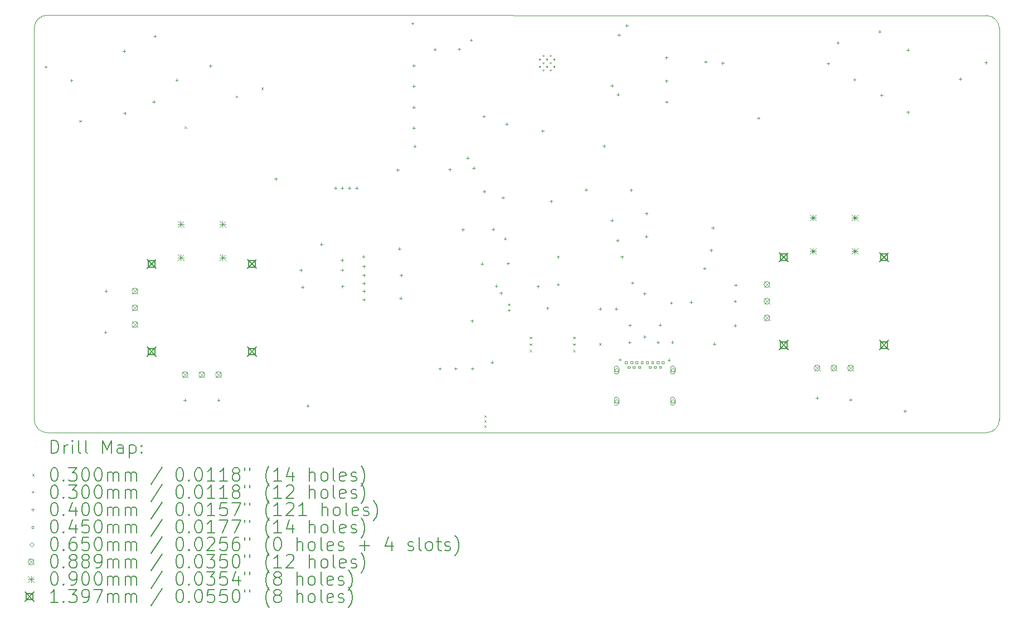
<source format=gbr>
%TF.GenerationSoftware,KiCad,Pcbnew,8.0.8*%
%TF.CreationDate,2025-09-18T11:40:00+02:00*%
%TF.ProjectId,padv1,70616476-312e-46b6-9963-61645f706362,rev?*%
%TF.SameCoordinates,Original*%
%TF.FileFunction,Drillmap*%
%TF.FilePolarity,Positive*%
%FSLAX45Y45*%
G04 Gerber Fmt 4.5, Leading zero omitted, Abs format (unit mm)*
G04 Created by KiCad (PCBNEW 8.0.8) date 2025-09-18 11:40:00*
%MOMM*%
%LPD*%
G01*
G04 APERTURE LIST*
%ADD10C,0.050000*%
%ADD11C,0.200000*%
%ADD12C,0.100000*%
%ADD13C,0.139700*%
G04 APERTURE END LIST*
D10*
X10304995Y-8200063D02*
G75*
G02*
X10505063Y-8000075I199995J-7D01*
G01*
X10504843Y-14350000D02*
X24500000Y-14350000D01*
X24500000Y-14350000D02*
X24765005Y-14350000D01*
X24965005Y-14150005D02*
G75*
G02*
X24765005Y-14350005I-200005J5D01*
G01*
X24765227Y-8004931D02*
G75*
G02*
X24965159Y-8204773I-67J-199999D01*
G01*
X24965005Y-14150005D02*
X24965157Y-8204773D01*
X24765227Y-8004931D02*
X10505063Y-8000068D01*
X10304843Y-14150157D02*
X10304995Y-8200063D01*
X10504843Y-14350000D02*
G75*
G02*
X10304840Y-14150157I-3J200000D01*
G01*
D11*
D12*
X10990000Y-9595000D02*
X11020000Y-9625000D01*
X11020000Y-9595000D02*
X10990000Y-9625000D01*
X12590000Y-9695000D02*
X12620000Y-9725000D01*
X12620000Y-9695000D02*
X12590000Y-9725000D01*
X13365000Y-9225000D02*
X13395000Y-9255000D01*
X13395000Y-9225000D02*
X13365000Y-9255000D01*
X13755000Y-9100000D02*
X13785000Y-9130000D01*
X13785000Y-9100000D02*
X13755000Y-9130000D01*
X17140000Y-14085000D02*
X17170000Y-14115000D01*
X17170000Y-14085000D02*
X17140000Y-14115000D01*
X17140000Y-14160000D02*
X17170000Y-14190000D01*
X17170000Y-14160000D02*
X17140000Y-14190000D01*
X17140000Y-14235000D02*
X17170000Y-14265000D01*
X17170000Y-14235000D02*
X17140000Y-14265000D01*
X17830000Y-12890000D02*
X17860000Y-12920000D01*
X17860000Y-12890000D02*
X17830000Y-12920000D01*
X17830000Y-12990000D02*
X17860000Y-13020000D01*
X17860000Y-12990000D02*
X17830000Y-13020000D01*
X17830000Y-13090000D02*
X17860000Y-13120000D01*
X17860000Y-13090000D02*
X17830000Y-13120000D01*
X18490000Y-12890000D02*
X18520000Y-12920000D01*
X18520000Y-12890000D02*
X18490000Y-12920000D01*
X18490000Y-12990000D02*
X18520000Y-13020000D01*
X18520000Y-12990000D02*
X18490000Y-13020000D01*
X18490000Y-13090000D02*
X18520000Y-13120000D01*
X18520000Y-13090000D02*
X18490000Y-13120000D01*
X18885000Y-12985000D02*
X18915000Y-13015000D01*
X18915000Y-12985000D02*
X18885000Y-13015000D01*
X18001000Y-8675000D02*
G75*
G02*
X17971000Y-8675000I-15000J0D01*
G01*
X17971000Y-8675000D02*
G75*
G02*
X18001000Y-8675000I15000J0D01*
G01*
X18001000Y-8785000D02*
G75*
G02*
X17971000Y-8785000I-15000J0D01*
G01*
X17971000Y-8785000D02*
G75*
G02*
X18001000Y-8785000I15000J0D01*
G01*
X18056000Y-8620000D02*
G75*
G02*
X18026000Y-8620000I-15000J0D01*
G01*
X18026000Y-8620000D02*
G75*
G02*
X18056000Y-8620000I15000J0D01*
G01*
X18056000Y-8730000D02*
G75*
G02*
X18026000Y-8730000I-15000J0D01*
G01*
X18026000Y-8730000D02*
G75*
G02*
X18056000Y-8730000I15000J0D01*
G01*
X18056000Y-8840000D02*
G75*
G02*
X18026000Y-8840000I-15000J0D01*
G01*
X18026000Y-8840000D02*
G75*
G02*
X18056000Y-8840000I15000J0D01*
G01*
X18111000Y-8675000D02*
G75*
G02*
X18081000Y-8675000I-15000J0D01*
G01*
X18081000Y-8675000D02*
G75*
G02*
X18111000Y-8675000I15000J0D01*
G01*
X18111000Y-8785000D02*
G75*
G02*
X18081000Y-8785000I-15000J0D01*
G01*
X18081000Y-8785000D02*
G75*
G02*
X18111000Y-8785000I15000J0D01*
G01*
X18166000Y-8620000D02*
G75*
G02*
X18136000Y-8620000I-15000J0D01*
G01*
X18136000Y-8620000D02*
G75*
G02*
X18166000Y-8620000I15000J0D01*
G01*
X18166000Y-8730000D02*
G75*
G02*
X18136000Y-8730000I-15000J0D01*
G01*
X18136000Y-8730000D02*
G75*
G02*
X18166000Y-8730000I15000J0D01*
G01*
X18166000Y-8840000D02*
G75*
G02*
X18136000Y-8840000I-15000J0D01*
G01*
X18136000Y-8840000D02*
G75*
G02*
X18166000Y-8840000I15000J0D01*
G01*
X18221000Y-8675000D02*
G75*
G02*
X18191000Y-8675000I-15000J0D01*
G01*
X18191000Y-8675000D02*
G75*
G02*
X18221000Y-8675000I15000J0D01*
G01*
X18221000Y-8785000D02*
G75*
G02*
X18191000Y-8785000I-15000J0D01*
G01*
X18191000Y-8785000D02*
G75*
G02*
X18221000Y-8785000I15000J0D01*
G01*
X10480000Y-8765000D02*
X10480000Y-8805000D01*
X10460000Y-8785000D02*
X10500000Y-8785000D01*
X10870000Y-8970000D02*
X10870000Y-9010000D01*
X10850000Y-8990000D02*
X10890000Y-8990000D01*
X11385000Y-12800000D02*
X11385000Y-12840000D01*
X11365000Y-12820000D02*
X11405000Y-12820000D01*
X11394000Y-12176000D02*
X11394000Y-12216000D01*
X11374000Y-12196000D02*
X11414000Y-12196000D01*
X11670000Y-8525000D02*
X11670000Y-8565000D01*
X11650000Y-8545000D02*
X11690000Y-8545000D01*
X11680000Y-9470000D02*
X11680000Y-9510000D01*
X11660000Y-9490000D02*
X11700000Y-9490000D01*
X12120000Y-9295000D02*
X12120000Y-9335000D01*
X12100000Y-9315000D02*
X12140000Y-9315000D01*
X12135000Y-8300000D02*
X12135000Y-8340000D01*
X12115000Y-8320000D02*
X12155000Y-8320000D01*
X12470000Y-8965000D02*
X12470000Y-9005000D01*
X12450000Y-8985000D02*
X12490000Y-8985000D01*
X12595000Y-13835000D02*
X12595000Y-13875000D01*
X12575000Y-13855000D02*
X12615000Y-13855000D01*
X12980000Y-8750000D02*
X12980000Y-8790000D01*
X12960000Y-8770000D02*
X13000000Y-8770000D01*
X13105000Y-13835000D02*
X13105000Y-13875000D01*
X13085000Y-13855000D02*
X13125000Y-13855000D01*
X13975000Y-10470000D02*
X13975000Y-10510000D01*
X13955000Y-10490000D02*
X13995000Y-10490000D01*
X14355000Y-11860000D02*
X14355000Y-11900000D01*
X14335000Y-11880000D02*
X14375000Y-11880000D01*
X14380000Y-12115000D02*
X14380000Y-12155000D01*
X14360000Y-12135000D02*
X14400000Y-12135000D01*
X14460000Y-13920000D02*
X14460000Y-13960000D01*
X14440000Y-13940000D02*
X14480000Y-13940000D01*
X14665000Y-11465000D02*
X14665000Y-11505000D01*
X14645000Y-11485000D02*
X14685000Y-11485000D01*
X14880000Y-10610000D02*
X14880000Y-10650000D01*
X14860000Y-10630000D02*
X14900000Y-10630000D01*
X14980000Y-10610000D02*
X14980000Y-10650000D01*
X14960000Y-10630000D02*
X15000000Y-10630000D01*
X14980000Y-11705000D02*
X14980000Y-11745000D01*
X14960000Y-11725000D02*
X15000000Y-11725000D01*
X14980000Y-11855000D02*
X14980000Y-11895000D01*
X14960000Y-11875000D02*
X15000000Y-11875000D01*
X14985000Y-12105000D02*
X14985000Y-12145000D01*
X14965000Y-12125000D02*
X15005000Y-12125000D01*
X15090000Y-10610000D02*
X15090000Y-10650000D01*
X15070000Y-10630000D02*
X15110000Y-10630000D01*
X15200000Y-10610000D02*
X15200000Y-10650000D01*
X15180000Y-10630000D02*
X15220000Y-10630000D01*
X15305000Y-11650000D02*
X15305000Y-11690000D01*
X15285000Y-11670000D02*
X15325000Y-11670000D01*
X15310000Y-11800000D02*
X15310000Y-11840000D01*
X15290000Y-11820000D02*
X15330000Y-11820000D01*
X15310000Y-11935000D02*
X15310000Y-11975000D01*
X15290000Y-11955000D02*
X15330000Y-11955000D01*
X15310000Y-12055000D02*
X15310000Y-12095000D01*
X15290000Y-12075000D02*
X15330000Y-12075000D01*
X15310000Y-12175000D02*
X15310000Y-12215000D01*
X15290000Y-12195000D02*
X15330000Y-12195000D01*
X15310000Y-12305000D02*
X15310000Y-12345000D01*
X15290000Y-12325000D02*
X15330000Y-12325000D01*
X15825000Y-10335000D02*
X15825000Y-10375000D01*
X15805000Y-10355000D02*
X15845000Y-10355000D01*
X15850000Y-11530000D02*
X15850000Y-11570000D01*
X15830000Y-11550000D02*
X15870000Y-11550000D01*
X15870000Y-12285000D02*
X15870000Y-12325000D01*
X15850000Y-12305000D02*
X15890000Y-12305000D01*
X15880000Y-11935000D02*
X15880000Y-11975000D01*
X15860000Y-11955000D02*
X15900000Y-11955000D01*
X16050000Y-8105000D02*
X16050000Y-8145000D01*
X16030000Y-8125000D02*
X16070000Y-8125000D01*
X16070000Y-8745000D02*
X16070000Y-8785000D01*
X16050000Y-8765000D02*
X16090000Y-8765000D01*
X16070000Y-9060000D02*
X16070000Y-9100000D01*
X16050000Y-9080000D02*
X16090000Y-9080000D01*
X16070000Y-9380000D02*
X16070000Y-9420000D01*
X16050000Y-9400000D02*
X16090000Y-9400000D01*
X16070000Y-9695000D02*
X16070000Y-9735000D01*
X16050000Y-9715000D02*
X16090000Y-9715000D01*
X16085000Y-9975000D02*
X16085000Y-10015000D01*
X16065000Y-9995000D02*
X16105000Y-9995000D01*
X16390000Y-8500000D02*
X16390000Y-8540000D01*
X16370000Y-8520000D02*
X16410000Y-8520000D01*
X16465000Y-13355000D02*
X16465000Y-13395000D01*
X16445000Y-13375000D02*
X16485000Y-13375000D01*
X16615000Y-10325000D02*
X16615000Y-10365000D01*
X16595000Y-10345000D02*
X16635000Y-10345000D01*
X16705000Y-13355000D02*
X16705000Y-13395000D01*
X16685000Y-13375000D02*
X16725000Y-13375000D01*
X16760000Y-8495000D02*
X16760000Y-8535000D01*
X16740000Y-8515000D02*
X16780000Y-8515000D01*
X16815000Y-11240000D02*
X16815000Y-11280000D01*
X16795000Y-11260000D02*
X16835000Y-11260000D01*
X16885000Y-10150000D02*
X16885000Y-10190000D01*
X16865000Y-10170000D02*
X16905000Y-10170000D01*
X16940000Y-8360000D02*
X16940000Y-8400000D01*
X16920000Y-8380000D02*
X16960000Y-8380000D01*
X16955000Y-12630000D02*
X16955000Y-12670000D01*
X16935000Y-12650000D02*
X16975000Y-12650000D01*
X16960000Y-13355000D02*
X16960000Y-13395000D01*
X16940000Y-13375000D02*
X16980000Y-13375000D01*
X16980000Y-10305000D02*
X16980000Y-10345000D01*
X16960000Y-10325000D02*
X17000000Y-10325000D01*
X17105000Y-11760000D02*
X17105000Y-11800000D01*
X17085000Y-11780000D02*
X17125000Y-11780000D01*
X17135000Y-9520000D02*
X17135000Y-9560000D01*
X17115000Y-9540000D02*
X17155000Y-9540000D01*
X17140000Y-10660000D02*
X17140000Y-10700000D01*
X17120000Y-10680000D02*
X17160000Y-10680000D01*
X17260000Y-13260000D02*
X17260000Y-13300000D01*
X17240000Y-13280000D02*
X17280000Y-13280000D01*
X17275000Y-11235000D02*
X17275000Y-11275000D01*
X17255000Y-11255000D02*
X17295000Y-11255000D01*
X17320000Y-12100000D02*
X17320000Y-12140000D01*
X17300000Y-12120000D02*
X17340000Y-12120000D01*
X17395000Y-12205000D02*
X17395000Y-12245000D01*
X17375000Y-12225000D02*
X17415000Y-12225000D01*
X17425000Y-10755000D02*
X17425000Y-10795000D01*
X17405000Y-10775000D02*
X17445000Y-10775000D01*
X17455000Y-11380000D02*
X17455000Y-11420000D01*
X17435000Y-11400000D02*
X17475000Y-11400000D01*
X17480000Y-9635000D02*
X17480000Y-9675000D01*
X17460000Y-9655000D02*
X17500000Y-9655000D01*
X17500000Y-11755000D02*
X17500000Y-11795000D01*
X17480000Y-11775000D02*
X17520000Y-11775000D01*
X17515000Y-12380000D02*
X17515000Y-12420000D01*
X17495000Y-12400000D02*
X17535000Y-12400000D01*
X17515000Y-12465000D02*
X17515000Y-12505000D01*
X17495000Y-12485000D02*
X17535000Y-12485000D01*
X17955000Y-12105000D02*
X17955000Y-12145000D01*
X17935000Y-12125000D02*
X17975000Y-12125000D01*
X18025000Y-9740000D02*
X18025000Y-9780000D01*
X18005000Y-9760000D02*
X18045000Y-9760000D01*
X18100000Y-12435000D02*
X18100000Y-12475000D01*
X18080000Y-12455000D02*
X18120000Y-12455000D01*
X18155000Y-10810000D02*
X18155000Y-10850000D01*
X18135000Y-10830000D02*
X18175000Y-10830000D01*
X18260000Y-11655000D02*
X18260000Y-11695000D01*
X18240000Y-11675000D02*
X18280000Y-11675000D01*
X18260000Y-12075000D02*
X18260000Y-12115000D01*
X18240000Y-12095000D02*
X18280000Y-12095000D01*
X18685000Y-10635000D02*
X18685000Y-10675000D01*
X18665000Y-10655000D02*
X18705000Y-10655000D01*
X18900000Y-12445000D02*
X18900000Y-12485000D01*
X18880000Y-12465000D02*
X18920000Y-12465000D01*
X18960000Y-9970000D02*
X18960000Y-10010000D01*
X18940000Y-9990000D02*
X18980000Y-9990000D01*
X19080000Y-9050000D02*
X19080000Y-9090000D01*
X19060000Y-9070000D02*
X19100000Y-9070000D01*
X19080000Y-11100000D02*
X19080000Y-11140000D01*
X19060000Y-11120000D02*
X19100000Y-11120000D01*
X19145000Y-12445000D02*
X19145000Y-12485000D01*
X19125000Y-12465000D02*
X19165000Y-12465000D01*
X19165000Y-11405000D02*
X19165000Y-11445000D01*
X19145000Y-11425000D02*
X19185000Y-11425000D01*
X19172500Y-9187500D02*
X19172500Y-9227500D01*
X19152500Y-9207500D02*
X19192500Y-9207500D01*
X19185000Y-8280000D02*
X19185000Y-8320000D01*
X19165000Y-8300000D02*
X19205000Y-8300000D01*
X19200000Y-13220000D02*
X19200000Y-13260000D01*
X19180000Y-13240000D02*
X19220000Y-13240000D01*
X19230000Y-11655000D02*
X19230000Y-11695000D01*
X19210000Y-11675000D02*
X19250000Y-11675000D01*
X19305000Y-8135000D02*
X19305000Y-8175000D01*
X19285000Y-8155000D02*
X19325000Y-8155000D01*
X19347500Y-12957500D02*
X19347500Y-12997500D01*
X19327500Y-12977500D02*
X19367500Y-12977500D01*
X19350000Y-12695000D02*
X19350000Y-12735000D01*
X19330000Y-12715000D02*
X19370000Y-12715000D01*
X19370000Y-10640000D02*
X19370000Y-10680000D01*
X19350000Y-10660000D02*
X19390000Y-10660000D01*
X19390000Y-12050000D02*
X19390000Y-12090000D01*
X19370000Y-12070000D02*
X19410000Y-12070000D01*
X19575000Y-12215000D02*
X19575000Y-12255000D01*
X19555000Y-12235000D02*
X19595000Y-12235000D01*
X19575000Y-12870000D02*
X19575000Y-12910000D01*
X19555000Y-12890000D02*
X19595000Y-12890000D01*
X19600000Y-11345000D02*
X19600000Y-11385000D01*
X19580000Y-11365000D02*
X19620000Y-11365000D01*
X19605000Y-10995000D02*
X19605000Y-11035000D01*
X19585000Y-11015000D02*
X19625000Y-11015000D01*
X19780000Y-12955000D02*
X19780000Y-12995000D01*
X19760000Y-12975000D02*
X19800000Y-12975000D01*
X19810000Y-12690000D02*
X19810000Y-12730000D01*
X19790000Y-12710000D02*
X19830000Y-12710000D01*
X19905000Y-8625000D02*
X19905000Y-8665000D01*
X19885000Y-8645000D02*
X19925000Y-8645000D01*
X19905000Y-8980000D02*
X19905000Y-9020000D01*
X19885000Y-9000000D02*
X19925000Y-9000000D01*
X19910000Y-9300000D02*
X19910000Y-9340000D01*
X19890000Y-9320000D02*
X19930000Y-9320000D01*
X19945000Y-13225000D02*
X19945000Y-13265000D01*
X19925000Y-13245000D02*
X19965000Y-13245000D01*
X19980000Y-12355000D02*
X19980000Y-12395000D01*
X19960000Y-12375000D02*
X20000000Y-12375000D01*
X19995000Y-12955000D02*
X19995000Y-12995000D01*
X19975000Y-12975000D02*
X20015000Y-12975000D01*
X20280000Y-12345000D02*
X20280000Y-12385000D01*
X20260000Y-12365000D02*
X20300000Y-12365000D01*
X20485000Y-11830000D02*
X20485000Y-11870000D01*
X20465000Y-11850000D02*
X20505000Y-11850000D01*
X20500000Y-8690000D02*
X20500000Y-8730000D01*
X20480000Y-8710000D02*
X20520000Y-8710000D01*
X20585000Y-11555000D02*
X20585000Y-11595000D01*
X20565000Y-11575000D02*
X20605000Y-11575000D01*
X20610000Y-11215000D02*
X20610000Y-11255000D01*
X20590000Y-11235000D02*
X20630000Y-11235000D01*
X20635000Y-12980000D02*
X20635000Y-13020000D01*
X20615000Y-13000000D02*
X20655000Y-13000000D01*
X20760000Y-8710000D02*
X20760000Y-8750000D01*
X20740000Y-8730000D02*
X20780000Y-8730000D01*
X20950000Y-12330000D02*
X20950000Y-12370000D01*
X20930000Y-12350000D02*
X20970000Y-12350000D01*
X20950000Y-12700000D02*
X20950000Y-12740000D01*
X20930000Y-12720000D02*
X20970000Y-12720000D01*
X20960000Y-12085000D02*
X20960000Y-12125000D01*
X20940000Y-12105000D02*
X20980000Y-12105000D01*
X21305000Y-9545000D02*
X21305000Y-9585000D01*
X21285000Y-9565000D02*
X21325000Y-9565000D01*
X22196000Y-13799000D02*
X22196000Y-13839000D01*
X22176000Y-13819000D02*
X22216000Y-13819000D01*
X22365000Y-8715000D02*
X22365000Y-8755000D01*
X22345000Y-8735000D02*
X22385000Y-8735000D01*
X22510000Y-8400000D02*
X22510000Y-8440000D01*
X22490000Y-8420000D02*
X22530000Y-8420000D01*
X22704000Y-13829000D02*
X22704000Y-13869000D01*
X22684000Y-13849000D02*
X22724000Y-13849000D01*
X22765000Y-8960000D02*
X22765000Y-9000000D01*
X22745000Y-8980000D02*
X22785000Y-8980000D01*
X23145000Y-8230000D02*
X23145000Y-8270000D01*
X23125000Y-8250000D02*
X23165000Y-8250000D01*
X23172500Y-9197500D02*
X23172500Y-9237500D01*
X23152500Y-9217500D02*
X23192500Y-9217500D01*
X23530000Y-14000000D02*
X23530000Y-14040000D01*
X23510000Y-14020000D02*
X23550000Y-14020000D01*
X23575000Y-8510000D02*
X23575000Y-8550000D01*
X23555000Y-8530000D02*
X23595000Y-8530000D01*
X23575000Y-9455000D02*
X23575000Y-9495000D01*
X23555000Y-9475000D02*
X23595000Y-9475000D01*
X24370000Y-8950000D02*
X24370000Y-8990000D01*
X24350000Y-8970000D02*
X24390000Y-8970000D01*
X24760000Y-8700000D02*
X24760000Y-8740000D01*
X24740000Y-8720000D02*
X24780000Y-8720000D01*
X19310910Y-13297910D02*
X19310910Y-13266090D01*
X19279090Y-13266090D01*
X19279090Y-13297910D01*
X19310910Y-13297910D01*
X19350910Y-13368910D02*
X19350910Y-13337090D01*
X19319090Y-13337090D01*
X19319090Y-13368910D01*
X19350910Y-13368910D01*
X19390910Y-13297910D02*
X19390910Y-13266090D01*
X19359090Y-13266090D01*
X19359090Y-13297910D01*
X19390910Y-13297910D01*
X19430910Y-13368910D02*
X19430910Y-13337090D01*
X19399090Y-13337090D01*
X19399090Y-13368910D01*
X19430910Y-13368910D01*
X19470910Y-13297910D02*
X19470910Y-13266090D01*
X19439090Y-13266090D01*
X19439090Y-13297910D01*
X19470910Y-13297910D01*
X19510910Y-13368910D02*
X19510910Y-13337090D01*
X19479090Y-13337090D01*
X19479090Y-13368910D01*
X19510910Y-13368910D01*
X19550910Y-13297910D02*
X19550910Y-13266090D01*
X19519090Y-13266090D01*
X19519090Y-13297910D01*
X19550910Y-13297910D01*
X19630910Y-13297910D02*
X19630910Y-13266090D01*
X19599090Y-13266090D01*
X19599090Y-13297910D01*
X19630910Y-13297910D01*
X19670910Y-13368910D02*
X19670910Y-13337090D01*
X19639090Y-13337090D01*
X19639090Y-13368910D01*
X19670910Y-13368910D01*
X19710910Y-13297910D02*
X19710910Y-13266090D01*
X19679090Y-13266090D01*
X19679090Y-13297910D01*
X19710910Y-13297910D01*
X19750910Y-13368910D02*
X19750910Y-13337090D01*
X19719090Y-13337090D01*
X19719090Y-13368910D01*
X19750910Y-13368910D01*
X19790910Y-13297910D02*
X19790910Y-13266090D01*
X19759090Y-13266090D01*
X19759090Y-13297910D01*
X19790910Y-13297910D01*
X19830910Y-13368910D02*
X19830910Y-13337090D01*
X19799090Y-13337090D01*
X19799090Y-13368910D01*
X19830910Y-13368910D01*
X19870910Y-13297910D02*
X19870910Y-13266090D01*
X19839090Y-13266090D01*
X19839090Y-13297910D01*
X19870910Y-13297910D01*
X19148000Y-13429500D02*
X19180500Y-13397000D01*
X19148000Y-13364500D01*
X19115500Y-13397000D01*
X19148000Y-13429500D01*
X19115500Y-13367000D02*
X19115500Y-13427000D01*
X19180500Y-13427000D02*
G75*
G02*
X19115500Y-13427000I-32500J0D01*
G01*
X19180500Y-13427000D02*
X19180500Y-13367000D01*
X19180500Y-13367000D02*
G75*
G03*
X19115500Y-13367000I-32500J0D01*
G01*
X19148000Y-13902500D02*
X19180500Y-13870000D01*
X19148000Y-13837500D01*
X19115500Y-13870000D01*
X19148000Y-13902500D01*
X19115500Y-13840000D02*
X19115500Y-13900000D01*
X19180500Y-13900000D02*
G75*
G02*
X19115500Y-13900000I-32500J0D01*
G01*
X19180500Y-13900000D02*
X19180500Y-13840000D01*
X19180500Y-13840000D02*
G75*
G03*
X19115500Y-13840000I-32500J0D01*
G01*
X20002000Y-13429500D02*
X20034500Y-13397000D01*
X20002000Y-13364500D01*
X19969500Y-13397000D01*
X20002000Y-13429500D01*
X19969500Y-13367000D02*
X19969500Y-13427000D01*
X20034500Y-13427000D02*
G75*
G02*
X19969500Y-13427000I-32500J0D01*
G01*
X20034500Y-13427000D02*
X20034500Y-13367000D01*
X20034500Y-13367000D02*
G75*
G03*
X19969500Y-13367000I-32500J0D01*
G01*
X20002000Y-13902500D02*
X20034500Y-13870000D01*
X20002000Y-13837500D01*
X19969500Y-13870000D01*
X20002000Y-13902500D01*
X19969500Y-13840000D02*
X19969500Y-13900000D01*
X20034500Y-13900000D02*
G75*
G02*
X19969500Y-13900000I-32500J0D01*
G01*
X20034500Y-13900000D02*
X20034500Y-13840000D01*
X20034500Y-13840000D02*
G75*
G03*
X19969500Y-13840000I-32500J0D01*
G01*
X11789550Y-12151550D02*
X11878450Y-12240450D01*
X11878450Y-12151550D02*
X11789550Y-12240450D01*
X11878450Y-12196000D02*
G75*
G02*
X11789550Y-12196000I-44450J0D01*
G01*
X11789550Y-12196000D02*
G75*
G02*
X11878450Y-12196000I44450J0D01*
G01*
X11789550Y-12405550D02*
X11878450Y-12494450D01*
X11878450Y-12405550D02*
X11789550Y-12494450D01*
X11878450Y-12450000D02*
G75*
G02*
X11789550Y-12450000I-44450J0D01*
G01*
X11789550Y-12450000D02*
G75*
G02*
X11878450Y-12450000I44450J0D01*
G01*
X11789550Y-12659550D02*
X11878450Y-12748450D01*
X11878450Y-12659550D02*
X11789550Y-12748450D01*
X11878450Y-12704000D02*
G75*
G02*
X11789550Y-12704000I-44450J0D01*
G01*
X11789550Y-12704000D02*
G75*
G02*
X11878450Y-12704000I44450J0D01*
G01*
X12551550Y-13421550D02*
X12640450Y-13510450D01*
X12640450Y-13421550D02*
X12551550Y-13510450D01*
X12640450Y-13466000D02*
G75*
G02*
X12551550Y-13466000I-44450J0D01*
G01*
X12551550Y-13466000D02*
G75*
G02*
X12640450Y-13466000I44450J0D01*
G01*
X12805550Y-13421550D02*
X12894450Y-13510450D01*
X12894450Y-13421550D02*
X12805550Y-13510450D01*
X12894450Y-13466000D02*
G75*
G02*
X12805550Y-13466000I-44450J0D01*
G01*
X12805550Y-13466000D02*
G75*
G02*
X12894450Y-13466000I44450J0D01*
G01*
X13059550Y-13421550D02*
X13148450Y-13510450D01*
X13148450Y-13421550D02*
X13059550Y-13510450D01*
X13148450Y-13466000D02*
G75*
G02*
X13059550Y-13466000I-44450J0D01*
G01*
X13059550Y-13466000D02*
G75*
G02*
X13148450Y-13466000I44450J0D01*
G01*
X21389550Y-12051550D02*
X21478450Y-12140450D01*
X21478450Y-12051550D02*
X21389550Y-12140450D01*
X21478450Y-12096000D02*
G75*
G02*
X21389550Y-12096000I-44450J0D01*
G01*
X21389550Y-12096000D02*
G75*
G02*
X21478450Y-12096000I44450J0D01*
G01*
X21389550Y-12305550D02*
X21478450Y-12394450D01*
X21478450Y-12305550D02*
X21389550Y-12394450D01*
X21478450Y-12350000D02*
G75*
G02*
X21389550Y-12350000I-44450J0D01*
G01*
X21389550Y-12350000D02*
G75*
G02*
X21478450Y-12350000I44450J0D01*
G01*
X21389550Y-12559550D02*
X21478450Y-12648450D01*
X21478450Y-12559550D02*
X21389550Y-12648450D01*
X21478450Y-12604000D02*
G75*
G02*
X21389550Y-12604000I-44450J0D01*
G01*
X21389550Y-12604000D02*
G75*
G02*
X21478450Y-12604000I44450J0D01*
G01*
X22151550Y-13321550D02*
X22240450Y-13410450D01*
X22240450Y-13321550D02*
X22151550Y-13410450D01*
X22240450Y-13366000D02*
G75*
G02*
X22151550Y-13366000I-44450J0D01*
G01*
X22151550Y-13366000D02*
G75*
G02*
X22240450Y-13366000I44450J0D01*
G01*
X22405550Y-13321550D02*
X22494450Y-13410450D01*
X22494450Y-13321550D02*
X22405550Y-13410450D01*
X22494450Y-13366000D02*
G75*
G02*
X22405550Y-13366000I-44450J0D01*
G01*
X22405550Y-13366000D02*
G75*
G02*
X22494450Y-13366000I44450J0D01*
G01*
X22659550Y-13321550D02*
X22748450Y-13410450D01*
X22748450Y-13321550D02*
X22659550Y-13410450D01*
X22748450Y-13366000D02*
G75*
G02*
X22659550Y-13366000I-44450J0D01*
G01*
X22659550Y-13366000D02*
G75*
G02*
X22748450Y-13366000I44450J0D01*
G01*
X12487500Y-11135000D02*
X12577500Y-11225000D01*
X12577500Y-11135000D02*
X12487500Y-11225000D01*
X12532500Y-11135000D02*
X12532500Y-11225000D01*
X12487500Y-11180000D02*
X12577500Y-11180000D01*
X12487500Y-11643000D02*
X12577500Y-11733000D01*
X12577500Y-11643000D02*
X12487500Y-11733000D01*
X12532500Y-11643000D02*
X12532500Y-11733000D01*
X12487500Y-11688000D02*
X12577500Y-11688000D01*
X13122500Y-11135000D02*
X13212500Y-11225000D01*
X13212500Y-11135000D02*
X13122500Y-11225000D01*
X13167500Y-11135000D02*
X13167500Y-11225000D01*
X13122500Y-11180000D02*
X13212500Y-11180000D01*
X13122500Y-11643000D02*
X13212500Y-11733000D01*
X13212500Y-11643000D02*
X13122500Y-11733000D01*
X13167500Y-11643000D02*
X13167500Y-11733000D01*
X13122500Y-11688000D02*
X13212500Y-11688000D01*
X22087500Y-11035000D02*
X22177500Y-11125000D01*
X22177500Y-11035000D02*
X22087500Y-11125000D01*
X22132500Y-11035000D02*
X22132500Y-11125000D01*
X22087500Y-11080000D02*
X22177500Y-11080000D01*
X22087500Y-11543000D02*
X22177500Y-11633000D01*
X22177500Y-11543000D02*
X22087500Y-11633000D01*
X22132500Y-11543000D02*
X22132500Y-11633000D01*
X22087500Y-11588000D02*
X22177500Y-11588000D01*
X22722500Y-11035000D02*
X22812500Y-11125000D01*
X22812500Y-11035000D02*
X22722500Y-11125000D01*
X22767500Y-11035000D02*
X22767500Y-11125000D01*
X22722500Y-11080000D02*
X22812500Y-11080000D01*
X22722500Y-11543000D02*
X22812500Y-11633000D01*
X22812500Y-11543000D02*
X22722500Y-11633000D01*
X22767500Y-11543000D02*
X22767500Y-11633000D01*
X22722500Y-11588000D02*
X22812500Y-11588000D01*
D13*
X12018150Y-11713400D02*
X12157850Y-11853100D01*
X12157850Y-11713400D02*
X12018150Y-11853100D01*
X12137392Y-11832642D02*
X12137392Y-11733858D01*
X12038608Y-11733858D01*
X12038608Y-11832642D01*
X12137392Y-11832642D01*
X12018150Y-13046900D02*
X12157850Y-13186600D01*
X12157850Y-13046900D02*
X12018150Y-13186600D01*
X12137392Y-13166142D02*
X12137392Y-13067358D01*
X12038608Y-13067358D01*
X12038608Y-13166142D01*
X12137392Y-13166142D01*
X13542150Y-11713400D02*
X13681850Y-11853100D01*
X13681850Y-11713400D02*
X13542150Y-11853100D01*
X13661392Y-11832642D02*
X13661392Y-11733858D01*
X13562608Y-11733858D01*
X13562608Y-11832642D01*
X13661392Y-11832642D01*
X13542150Y-13046900D02*
X13681850Y-13186600D01*
X13681850Y-13046900D02*
X13542150Y-13186600D01*
X13661392Y-13166142D02*
X13661392Y-13067358D01*
X13562608Y-13067358D01*
X13562608Y-13166142D01*
X13661392Y-13166142D01*
X21618150Y-11613400D02*
X21757850Y-11753100D01*
X21757850Y-11613400D02*
X21618150Y-11753100D01*
X21737392Y-11732642D02*
X21737392Y-11633858D01*
X21638608Y-11633858D01*
X21638608Y-11732642D01*
X21737392Y-11732642D01*
X21618150Y-12946900D02*
X21757850Y-13086600D01*
X21757850Y-12946900D02*
X21618150Y-13086600D01*
X21737392Y-13066142D02*
X21737392Y-12967358D01*
X21638608Y-12967358D01*
X21638608Y-13066142D01*
X21737392Y-13066142D01*
X23142150Y-11613400D02*
X23281850Y-11753100D01*
X23281850Y-11613400D02*
X23142150Y-11753100D01*
X23261392Y-11732642D02*
X23261392Y-11633858D01*
X23162608Y-11633858D01*
X23162608Y-11732642D01*
X23261392Y-11732642D01*
X23142150Y-12946900D02*
X23281850Y-13086600D01*
X23281850Y-12946900D02*
X23142150Y-13086600D01*
X23261392Y-13066142D02*
X23261392Y-12967358D01*
X23162608Y-12967358D01*
X23162608Y-13066142D01*
X23261392Y-13066142D01*
D11*
X10563119Y-14663984D02*
X10563119Y-14463984D01*
X10563119Y-14463984D02*
X10610738Y-14463984D01*
X10610738Y-14463984D02*
X10639310Y-14473508D01*
X10639310Y-14473508D02*
X10658358Y-14492555D01*
X10658358Y-14492555D02*
X10667881Y-14511603D01*
X10667881Y-14511603D02*
X10677405Y-14549698D01*
X10677405Y-14549698D02*
X10677405Y-14578269D01*
X10677405Y-14578269D02*
X10667881Y-14616365D01*
X10667881Y-14616365D02*
X10658358Y-14635412D01*
X10658358Y-14635412D02*
X10639310Y-14654460D01*
X10639310Y-14654460D02*
X10610738Y-14663984D01*
X10610738Y-14663984D02*
X10563119Y-14663984D01*
X10763119Y-14663984D02*
X10763119Y-14530650D01*
X10763119Y-14568746D02*
X10772643Y-14549698D01*
X10772643Y-14549698D02*
X10782167Y-14540174D01*
X10782167Y-14540174D02*
X10801215Y-14530650D01*
X10801215Y-14530650D02*
X10820262Y-14530650D01*
X10886929Y-14663984D02*
X10886929Y-14530650D01*
X10886929Y-14463984D02*
X10877405Y-14473508D01*
X10877405Y-14473508D02*
X10886929Y-14483031D01*
X10886929Y-14483031D02*
X10896453Y-14473508D01*
X10896453Y-14473508D02*
X10886929Y-14463984D01*
X10886929Y-14463984D02*
X10886929Y-14483031D01*
X11010738Y-14663984D02*
X10991691Y-14654460D01*
X10991691Y-14654460D02*
X10982167Y-14635412D01*
X10982167Y-14635412D02*
X10982167Y-14463984D01*
X11115500Y-14663984D02*
X11096453Y-14654460D01*
X11096453Y-14654460D02*
X11086929Y-14635412D01*
X11086929Y-14635412D02*
X11086929Y-14463984D01*
X11344072Y-14663984D02*
X11344072Y-14463984D01*
X11344072Y-14463984D02*
X11410738Y-14606841D01*
X11410738Y-14606841D02*
X11477405Y-14463984D01*
X11477405Y-14463984D02*
X11477405Y-14663984D01*
X11658357Y-14663984D02*
X11658357Y-14559222D01*
X11658357Y-14559222D02*
X11648834Y-14540174D01*
X11648834Y-14540174D02*
X11629786Y-14530650D01*
X11629786Y-14530650D02*
X11591691Y-14530650D01*
X11591691Y-14530650D02*
X11572643Y-14540174D01*
X11658357Y-14654460D02*
X11639310Y-14663984D01*
X11639310Y-14663984D02*
X11591691Y-14663984D01*
X11591691Y-14663984D02*
X11572643Y-14654460D01*
X11572643Y-14654460D02*
X11563119Y-14635412D01*
X11563119Y-14635412D02*
X11563119Y-14616365D01*
X11563119Y-14616365D02*
X11572643Y-14597317D01*
X11572643Y-14597317D02*
X11591691Y-14587793D01*
X11591691Y-14587793D02*
X11639310Y-14587793D01*
X11639310Y-14587793D02*
X11658357Y-14578269D01*
X11753596Y-14530650D02*
X11753596Y-14730650D01*
X11753596Y-14540174D02*
X11772643Y-14530650D01*
X11772643Y-14530650D02*
X11810738Y-14530650D01*
X11810738Y-14530650D02*
X11829786Y-14540174D01*
X11829786Y-14540174D02*
X11839310Y-14549698D01*
X11839310Y-14549698D02*
X11848834Y-14568746D01*
X11848834Y-14568746D02*
X11848834Y-14625888D01*
X11848834Y-14625888D02*
X11839310Y-14644936D01*
X11839310Y-14644936D02*
X11829786Y-14654460D01*
X11829786Y-14654460D02*
X11810738Y-14663984D01*
X11810738Y-14663984D02*
X11772643Y-14663984D01*
X11772643Y-14663984D02*
X11753596Y-14654460D01*
X11934548Y-14644936D02*
X11944072Y-14654460D01*
X11944072Y-14654460D02*
X11934548Y-14663984D01*
X11934548Y-14663984D02*
X11925024Y-14654460D01*
X11925024Y-14654460D02*
X11934548Y-14644936D01*
X11934548Y-14644936D02*
X11934548Y-14663984D01*
X11934548Y-14540174D02*
X11944072Y-14549698D01*
X11944072Y-14549698D02*
X11934548Y-14559222D01*
X11934548Y-14559222D02*
X11925024Y-14549698D01*
X11925024Y-14549698D02*
X11934548Y-14540174D01*
X11934548Y-14540174D02*
X11934548Y-14559222D01*
D12*
X10272343Y-14977500D02*
X10302343Y-15007500D01*
X10302343Y-14977500D02*
X10272343Y-15007500D01*
D11*
X10601215Y-14883984D02*
X10620262Y-14883984D01*
X10620262Y-14883984D02*
X10639310Y-14893508D01*
X10639310Y-14893508D02*
X10648834Y-14903031D01*
X10648834Y-14903031D02*
X10658358Y-14922079D01*
X10658358Y-14922079D02*
X10667881Y-14960174D01*
X10667881Y-14960174D02*
X10667881Y-15007793D01*
X10667881Y-15007793D02*
X10658358Y-15045888D01*
X10658358Y-15045888D02*
X10648834Y-15064936D01*
X10648834Y-15064936D02*
X10639310Y-15074460D01*
X10639310Y-15074460D02*
X10620262Y-15083984D01*
X10620262Y-15083984D02*
X10601215Y-15083984D01*
X10601215Y-15083984D02*
X10582167Y-15074460D01*
X10582167Y-15074460D02*
X10572643Y-15064936D01*
X10572643Y-15064936D02*
X10563119Y-15045888D01*
X10563119Y-15045888D02*
X10553596Y-15007793D01*
X10553596Y-15007793D02*
X10553596Y-14960174D01*
X10553596Y-14960174D02*
X10563119Y-14922079D01*
X10563119Y-14922079D02*
X10572643Y-14903031D01*
X10572643Y-14903031D02*
X10582167Y-14893508D01*
X10582167Y-14893508D02*
X10601215Y-14883984D01*
X10753596Y-15064936D02*
X10763119Y-15074460D01*
X10763119Y-15074460D02*
X10753596Y-15083984D01*
X10753596Y-15083984D02*
X10744072Y-15074460D01*
X10744072Y-15074460D02*
X10753596Y-15064936D01*
X10753596Y-15064936D02*
X10753596Y-15083984D01*
X10829786Y-14883984D02*
X10953596Y-14883984D01*
X10953596Y-14883984D02*
X10886929Y-14960174D01*
X10886929Y-14960174D02*
X10915500Y-14960174D01*
X10915500Y-14960174D02*
X10934548Y-14969698D01*
X10934548Y-14969698D02*
X10944072Y-14979222D01*
X10944072Y-14979222D02*
X10953596Y-14998269D01*
X10953596Y-14998269D02*
X10953596Y-15045888D01*
X10953596Y-15045888D02*
X10944072Y-15064936D01*
X10944072Y-15064936D02*
X10934548Y-15074460D01*
X10934548Y-15074460D02*
X10915500Y-15083984D01*
X10915500Y-15083984D02*
X10858358Y-15083984D01*
X10858358Y-15083984D02*
X10839310Y-15074460D01*
X10839310Y-15074460D02*
X10829786Y-15064936D01*
X11077405Y-14883984D02*
X11096453Y-14883984D01*
X11096453Y-14883984D02*
X11115500Y-14893508D01*
X11115500Y-14893508D02*
X11125024Y-14903031D01*
X11125024Y-14903031D02*
X11134548Y-14922079D01*
X11134548Y-14922079D02*
X11144072Y-14960174D01*
X11144072Y-14960174D02*
X11144072Y-15007793D01*
X11144072Y-15007793D02*
X11134548Y-15045888D01*
X11134548Y-15045888D02*
X11125024Y-15064936D01*
X11125024Y-15064936D02*
X11115500Y-15074460D01*
X11115500Y-15074460D02*
X11096453Y-15083984D01*
X11096453Y-15083984D02*
X11077405Y-15083984D01*
X11077405Y-15083984D02*
X11058358Y-15074460D01*
X11058358Y-15074460D02*
X11048834Y-15064936D01*
X11048834Y-15064936D02*
X11039310Y-15045888D01*
X11039310Y-15045888D02*
X11029786Y-15007793D01*
X11029786Y-15007793D02*
X11029786Y-14960174D01*
X11029786Y-14960174D02*
X11039310Y-14922079D01*
X11039310Y-14922079D02*
X11048834Y-14903031D01*
X11048834Y-14903031D02*
X11058358Y-14893508D01*
X11058358Y-14893508D02*
X11077405Y-14883984D01*
X11267881Y-14883984D02*
X11286929Y-14883984D01*
X11286929Y-14883984D02*
X11305977Y-14893508D01*
X11305977Y-14893508D02*
X11315500Y-14903031D01*
X11315500Y-14903031D02*
X11325024Y-14922079D01*
X11325024Y-14922079D02*
X11334548Y-14960174D01*
X11334548Y-14960174D02*
X11334548Y-15007793D01*
X11334548Y-15007793D02*
X11325024Y-15045888D01*
X11325024Y-15045888D02*
X11315500Y-15064936D01*
X11315500Y-15064936D02*
X11305977Y-15074460D01*
X11305977Y-15074460D02*
X11286929Y-15083984D01*
X11286929Y-15083984D02*
X11267881Y-15083984D01*
X11267881Y-15083984D02*
X11248834Y-15074460D01*
X11248834Y-15074460D02*
X11239310Y-15064936D01*
X11239310Y-15064936D02*
X11229786Y-15045888D01*
X11229786Y-15045888D02*
X11220262Y-15007793D01*
X11220262Y-15007793D02*
X11220262Y-14960174D01*
X11220262Y-14960174D02*
X11229786Y-14922079D01*
X11229786Y-14922079D02*
X11239310Y-14903031D01*
X11239310Y-14903031D02*
X11248834Y-14893508D01*
X11248834Y-14893508D02*
X11267881Y-14883984D01*
X11420262Y-15083984D02*
X11420262Y-14950650D01*
X11420262Y-14969698D02*
X11429786Y-14960174D01*
X11429786Y-14960174D02*
X11448834Y-14950650D01*
X11448834Y-14950650D02*
X11477405Y-14950650D01*
X11477405Y-14950650D02*
X11496453Y-14960174D01*
X11496453Y-14960174D02*
X11505977Y-14979222D01*
X11505977Y-14979222D02*
X11505977Y-15083984D01*
X11505977Y-14979222D02*
X11515500Y-14960174D01*
X11515500Y-14960174D02*
X11534548Y-14950650D01*
X11534548Y-14950650D02*
X11563119Y-14950650D01*
X11563119Y-14950650D02*
X11582167Y-14960174D01*
X11582167Y-14960174D02*
X11591691Y-14979222D01*
X11591691Y-14979222D02*
X11591691Y-15083984D01*
X11686929Y-15083984D02*
X11686929Y-14950650D01*
X11686929Y-14969698D02*
X11696453Y-14960174D01*
X11696453Y-14960174D02*
X11715500Y-14950650D01*
X11715500Y-14950650D02*
X11744072Y-14950650D01*
X11744072Y-14950650D02*
X11763119Y-14960174D01*
X11763119Y-14960174D02*
X11772643Y-14979222D01*
X11772643Y-14979222D02*
X11772643Y-15083984D01*
X11772643Y-14979222D02*
X11782167Y-14960174D01*
X11782167Y-14960174D02*
X11801215Y-14950650D01*
X11801215Y-14950650D02*
X11829786Y-14950650D01*
X11829786Y-14950650D02*
X11848834Y-14960174D01*
X11848834Y-14960174D02*
X11858358Y-14979222D01*
X11858358Y-14979222D02*
X11858358Y-15083984D01*
X12248834Y-14874460D02*
X12077405Y-15131603D01*
X12505977Y-14883984D02*
X12525024Y-14883984D01*
X12525024Y-14883984D02*
X12544072Y-14893508D01*
X12544072Y-14893508D02*
X12553596Y-14903031D01*
X12553596Y-14903031D02*
X12563120Y-14922079D01*
X12563120Y-14922079D02*
X12572643Y-14960174D01*
X12572643Y-14960174D02*
X12572643Y-15007793D01*
X12572643Y-15007793D02*
X12563120Y-15045888D01*
X12563120Y-15045888D02*
X12553596Y-15064936D01*
X12553596Y-15064936D02*
X12544072Y-15074460D01*
X12544072Y-15074460D02*
X12525024Y-15083984D01*
X12525024Y-15083984D02*
X12505977Y-15083984D01*
X12505977Y-15083984D02*
X12486929Y-15074460D01*
X12486929Y-15074460D02*
X12477405Y-15064936D01*
X12477405Y-15064936D02*
X12467881Y-15045888D01*
X12467881Y-15045888D02*
X12458358Y-15007793D01*
X12458358Y-15007793D02*
X12458358Y-14960174D01*
X12458358Y-14960174D02*
X12467881Y-14922079D01*
X12467881Y-14922079D02*
X12477405Y-14903031D01*
X12477405Y-14903031D02*
X12486929Y-14893508D01*
X12486929Y-14893508D02*
X12505977Y-14883984D01*
X12658358Y-15064936D02*
X12667881Y-15074460D01*
X12667881Y-15074460D02*
X12658358Y-15083984D01*
X12658358Y-15083984D02*
X12648834Y-15074460D01*
X12648834Y-15074460D02*
X12658358Y-15064936D01*
X12658358Y-15064936D02*
X12658358Y-15083984D01*
X12791691Y-14883984D02*
X12810739Y-14883984D01*
X12810739Y-14883984D02*
X12829786Y-14893508D01*
X12829786Y-14893508D02*
X12839310Y-14903031D01*
X12839310Y-14903031D02*
X12848834Y-14922079D01*
X12848834Y-14922079D02*
X12858358Y-14960174D01*
X12858358Y-14960174D02*
X12858358Y-15007793D01*
X12858358Y-15007793D02*
X12848834Y-15045888D01*
X12848834Y-15045888D02*
X12839310Y-15064936D01*
X12839310Y-15064936D02*
X12829786Y-15074460D01*
X12829786Y-15074460D02*
X12810739Y-15083984D01*
X12810739Y-15083984D02*
X12791691Y-15083984D01*
X12791691Y-15083984D02*
X12772643Y-15074460D01*
X12772643Y-15074460D02*
X12763120Y-15064936D01*
X12763120Y-15064936D02*
X12753596Y-15045888D01*
X12753596Y-15045888D02*
X12744072Y-15007793D01*
X12744072Y-15007793D02*
X12744072Y-14960174D01*
X12744072Y-14960174D02*
X12753596Y-14922079D01*
X12753596Y-14922079D02*
X12763120Y-14903031D01*
X12763120Y-14903031D02*
X12772643Y-14893508D01*
X12772643Y-14893508D02*
X12791691Y-14883984D01*
X13048834Y-15083984D02*
X12934548Y-15083984D01*
X12991691Y-15083984D02*
X12991691Y-14883984D01*
X12991691Y-14883984D02*
X12972643Y-14912555D01*
X12972643Y-14912555D02*
X12953596Y-14931603D01*
X12953596Y-14931603D02*
X12934548Y-14941127D01*
X13239310Y-15083984D02*
X13125024Y-15083984D01*
X13182167Y-15083984D02*
X13182167Y-14883984D01*
X13182167Y-14883984D02*
X13163120Y-14912555D01*
X13163120Y-14912555D02*
X13144072Y-14931603D01*
X13144072Y-14931603D02*
X13125024Y-14941127D01*
X13353596Y-14969698D02*
X13334548Y-14960174D01*
X13334548Y-14960174D02*
X13325024Y-14950650D01*
X13325024Y-14950650D02*
X13315501Y-14931603D01*
X13315501Y-14931603D02*
X13315501Y-14922079D01*
X13315501Y-14922079D02*
X13325024Y-14903031D01*
X13325024Y-14903031D02*
X13334548Y-14893508D01*
X13334548Y-14893508D02*
X13353596Y-14883984D01*
X13353596Y-14883984D02*
X13391691Y-14883984D01*
X13391691Y-14883984D02*
X13410739Y-14893508D01*
X13410739Y-14893508D02*
X13420262Y-14903031D01*
X13420262Y-14903031D02*
X13429786Y-14922079D01*
X13429786Y-14922079D02*
X13429786Y-14931603D01*
X13429786Y-14931603D02*
X13420262Y-14950650D01*
X13420262Y-14950650D02*
X13410739Y-14960174D01*
X13410739Y-14960174D02*
X13391691Y-14969698D01*
X13391691Y-14969698D02*
X13353596Y-14969698D01*
X13353596Y-14969698D02*
X13334548Y-14979222D01*
X13334548Y-14979222D02*
X13325024Y-14988746D01*
X13325024Y-14988746D02*
X13315501Y-15007793D01*
X13315501Y-15007793D02*
X13315501Y-15045888D01*
X13315501Y-15045888D02*
X13325024Y-15064936D01*
X13325024Y-15064936D02*
X13334548Y-15074460D01*
X13334548Y-15074460D02*
X13353596Y-15083984D01*
X13353596Y-15083984D02*
X13391691Y-15083984D01*
X13391691Y-15083984D02*
X13410739Y-15074460D01*
X13410739Y-15074460D02*
X13420262Y-15064936D01*
X13420262Y-15064936D02*
X13429786Y-15045888D01*
X13429786Y-15045888D02*
X13429786Y-15007793D01*
X13429786Y-15007793D02*
X13420262Y-14988746D01*
X13420262Y-14988746D02*
X13410739Y-14979222D01*
X13410739Y-14979222D02*
X13391691Y-14969698D01*
X13505977Y-14883984D02*
X13505977Y-14922079D01*
X13582167Y-14883984D02*
X13582167Y-14922079D01*
X13877405Y-15160174D02*
X13867882Y-15150650D01*
X13867882Y-15150650D02*
X13848834Y-15122079D01*
X13848834Y-15122079D02*
X13839310Y-15103031D01*
X13839310Y-15103031D02*
X13829786Y-15074460D01*
X13829786Y-15074460D02*
X13820263Y-15026841D01*
X13820263Y-15026841D02*
X13820263Y-14988746D01*
X13820263Y-14988746D02*
X13829786Y-14941127D01*
X13829786Y-14941127D02*
X13839310Y-14912555D01*
X13839310Y-14912555D02*
X13848834Y-14893508D01*
X13848834Y-14893508D02*
X13867882Y-14864936D01*
X13867882Y-14864936D02*
X13877405Y-14855412D01*
X14058358Y-15083984D02*
X13944072Y-15083984D01*
X14001215Y-15083984D02*
X14001215Y-14883984D01*
X14001215Y-14883984D02*
X13982167Y-14912555D01*
X13982167Y-14912555D02*
X13963120Y-14931603D01*
X13963120Y-14931603D02*
X13944072Y-14941127D01*
X14229786Y-14950650D02*
X14229786Y-15083984D01*
X14182167Y-14874460D02*
X14134548Y-15017317D01*
X14134548Y-15017317D02*
X14258358Y-15017317D01*
X14486929Y-15083984D02*
X14486929Y-14883984D01*
X14572644Y-15083984D02*
X14572644Y-14979222D01*
X14572644Y-14979222D02*
X14563120Y-14960174D01*
X14563120Y-14960174D02*
X14544072Y-14950650D01*
X14544072Y-14950650D02*
X14515501Y-14950650D01*
X14515501Y-14950650D02*
X14496453Y-14960174D01*
X14496453Y-14960174D02*
X14486929Y-14969698D01*
X14696453Y-15083984D02*
X14677405Y-15074460D01*
X14677405Y-15074460D02*
X14667882Y-15064936D01*
X14667882Y-15064936D02*
X14658358Y-15045888D01*
X14658358Y-15045888D02*
X14658358Y-14988746D01*
X14658358Y-14988746D02*
X14667882Y-14969698D01*
X14667882Y-14969698D02*
X14677405Y-14960174D01*
X14677405Y-14960174D02*
X14696453Y-14950650D01*
X14696453Y-14950650D02*
X14725025Y-14950650D01*
X14725025Y-14950650D02*
X14744072Y-14960174D01*
X14744072Y-14960174D02*
X14753596Y-14969698D01*
X14753596Y-14969698D02*
X14763120Y-14988746D01*
X14763120Y-14988746D02*
X14763120Y-15045888D01*
X14763120Y-15045888D02*
X14753596Y-15064936D01*
X14753596Y-15064936D02*
X14744072Y-15074460D01*
X14744072Y-15074460D02*
X14725025Y-15083984D01*
X14725025Y-15083984D02*
X14696453Y-15083984D01*
X14877405Y-15083984D02*
X14858358Y-15074460D01*
X14858358Y-15074460D02*
X14848834Y-15055412D01*
X14848834Y-15055412D02*
X14848834Y-14883984D01*
X15029786Y-15074460D02*
X15010739Y-15083984D01*
X15010739Y-15083984D02*
X14972644Y-15083984D01*
X14972644Y-15083984D02*
X14953596Y-15074460D01*
X14953596Y-15074460D02*
X14944072Y-15055412D01*
X14944072Y-15055412D02*
X14944072Y-14979222D01*
X14944072Y-14979222D02*
X14953596Y-14960174D01*
X14953596Y-14960174D02*
X14972644Y-14950650D01*
X14972644Y-14950650D02*
X15010739Y-14950650D01*
X15010739Y-14950650D02*
X15029786Y-14960174D01*
X15029786Y-14960174D02*
X15039310Y-14979222D01*
X15039310Y-14979222D02*
X15039310Y-14998269D01*
X15039310Y-14998269D02*
X14944072Y-15017317D01*
X15115501Y-15074460D02*
X15134548Y-15083984D01*
X15134548Y-15083984D02*
X15172644Y-15083984D01*
X15172644Y-15083984D02*
X15191691Y-15074460D01*
X15191691Y-15074460D02*
X15201215Y-15055412D01*
X15201215Y-15055412D02*
X15201215Y-15045888D01*
X15201215Y-15045888D02*
X15191691Y-15026841D01*
X15191691Y-15026841D02*
X15172644Y-15017317D01*
X15172644Y-15017317D02*
X15144072Y-15017317D01*
X15144072Y-15017317D02*
X15125025Y-15007793D01*
X15125025Y-15007793D02*
X15115501Y-14988746D01*
X15115501Y-14988746D02*
X15115501Y-14979222D01*
X15115501Y-14979222D02*
X15125025Y-14960174D01*
X15125025Y-14960174D02*
X15144072Y-14950650D01*
X15144072Y-14950650D02*
X15172644Y-14950650D01*
X15172644Y-14950650D02*
X15191691Y-14960174D01*
X15267882Y-15160174D02*
X15277406Y-15150650D01*
X15277406Y-15150650D02*
X15296453Y-15122079D01*
X15296453Y-15122079D02*
X15305977Y-15103031D01*
X15305977Y-15103031D02*
X15315501Y-15074460D01*
X15315501Y-15074460D02*
X15325025Y-15026841D01*
X15325025Y-15026841D02*
X15325025Y-14988746D01*
X15325025Y-14988746D02*
X15315501Y-14941127D01*
X15315501Y-14941127D02*
X15305977Y-14912555D01*
X15305977Y-14912555D02*
X15296453Y-14893508D01*
X15296453Y-14893508D02*
X15277406Y-14864936D01*
X15277406Y-14864936D02*
X15267882Y-14855412D01*
D12*
X10302343Y-15256500D02*
G75*
G02*
X10272343Y-15256500I-15000J0D01*
G01*
X10272343Y-15256500D02*
G75*
G02*
X10302343Y-15256500I15000J0D01*
G01*
D11*
X10601215Y-15147984D02*
X10620262Y-15147984D01*
X10620262Y-15147984D02*
X10639310Y-15157508D01*
X10639310Y-15157508D02*
X10648834Y-15167031D01*
X10648834Y-15167031D02*
X10658358Y-15186079D01*
X10658358Y-15186079D02*
X10667881Y-15224174D01*
X10667881Y-15224174D02*
X10667881Y-15271793D01*
X10667881Y-15271793D02*
X10658358Y-15309888D01*
X10658358Y-15309888D02*
X10648834Y-15328936D01*
X10648834Y-15328936D02*
X10639310Y-15338460D01*
X10639310Y-15338460D02*
X10620262Y-15347984D01*
X10620262Y-15347984D02*
X10601215Y-15347984D01*
X10601215Y-15347984D02*
X10582167Y-15338460D01*
X10582167Y-15338460D02*
X10572643Y-15328936D01*
X10572643Y-15328936D02*
X10563119Y-15309888D01*
X10563119Y-15309888D02*
X10553596Y-15271793D01*
X10553596Y-15271793D02*
X10553596Y-15224174D01*
X10553596Y-15224174D02*
X10563119Y-15186079D01*
X10563119Y-15186079D02*
X10572643Y-15167031D01*
X10572643Y-15167031D02*
X10582167Y-15157508D01*
X10582167Y-15157508D02*
X10601215Y-15147984D01*
X10753596Y-15328936D02*
X10763119Y-15338460D01*
X10763119Y-15338460D02*
X10753596Y-15347984D01*
X10753596Y-15347984D02*
X10744072Y-15338460D01*
X10744072Y-15338460D02*
X10753596Y-15328936D01*
X10753596Y-15328936D02*
X10753596Y-15347984D01*
X10829786Y-15147984D02*
X10953596Y-15147984D01*
X10953596Y-15147984D02*
X10886929Y-15224174D01*
X10886929Y-15224174D02*
X10915500Y-15224174D01*
X10915500Y-15224174D02*
X10934548Y-15233698D01*
X10934548Y-15233698D02*
X10944072Y-15243222D01*
X10944072Y-15243222D02*
X10953596Y-15262269D01*
X10953596Y-15262269D02*
X10953596Y-15309888D01*
X10953596Y-15309888D02*
X10944072Y-15328936D01*
X10944072Y-15328936D02*
X10934548Y-15338460D01*
X10934548Y-15338460D02*
X10915500Y-15347984D01*
X10915500Y-15347984D02*
X10858358Y-15347984D01*
X10858358Y-15347984D02*
X10839310Y-15338460D01*
X10839310Y-15338460D02*
X10829786Y-15328936D01*
X11077405Y-15147984D02*
X11096453Y-15147984D01*
X11096453Y-15147984D02*
X11115500Y-15157508D01*
X11115500Y-15157508D02*
X11125024Y-15167031D01*
X11125024Y-15167031D02*
X11134548Y-15186079D01*
X11134548Y-15186079D02*
X11144072Y-15224174D01*
X11144072Y-15224174D02*
X11144072Y-15271793D01*
X11144072Y-15271793D02*
X11134548Y-15309888D01*
X11134548Y-15309888D02*
X11125024Y-15328936D01*
X11125024Y-15328936D02*
X11115500Y-15338460D01*
X11115500Y-15338460D02*
X11096453Y-15347984D01*
X11096453Y-15347984D02*
X11077405Y-15347984D01*
X11077405Y-15347984D02*
X11058358Y-15338460D01*
X11058358Y-15338460D02*
X11048834Y-15328936D01*
X11048834Y-15328936D02*
X11039310Y-15309888D01*
X11039310Y-15309888D02*
X11029786Y-15271793D01*
X11029786Y-15271793D02*
X11029786Y-15224174D01*
X11029786Y-15224174D02*
X11039310Y-15186079D01*
X11039310Y-15186079D02*
X11048834Y-15167031D01*
X11048834Y-15167031D02*
X11058358Y-15157508D01*
X11058358Y-15157508D02*
X11077405Y-15147984D01*
X11267881Y-15147984D02*
X11286929Y-15147984D01*
X11286929Y-15147984D02*
X11305977Y-15157508D01*
X11305977Y-15157508D02*
X11315500Y-15167031D01*
X11315500Y-15167031D02*
X11325024Y-15186079D01*
X11325024Y-15186079D02*
X11334548Y-15224174D01*
X11334548Y-15224174D02*
X11334548Y-15271793D01*
X11334548Y-15271793D02*
X11325024Y-15309888D01*
X11325024Y-15309888D02*
X11315500Y-15328936D01*
X11315500Y-15328936D02*
X11305977Y-15338460D01*
X11305977Y-15338460D02*
X11286929Y-15347984D01*
X11286929Y-15347984D02*
X11267881Y-15347984D01*
X11267881Y-15347984D02*
X11248834Y-15338460D01*
X11248834Y-15338460D02*
X11239310Y-15328936D01*
X11239310Y-15328936D02*
X11229786Y-15309888D01*
X11229786Y-15309888D02*
X11220262Y-15271793D01*
X11220262Y-15271793D02*
X11220262Y-15224174D01*
X11220262Y-15224174D02*
X11229786Y-15186079D01*
X11229786Y-15186079D02*
X11239310Y-15167031D01*
X11239310Y-15167031D02*
X11248834Y-15157508D01*
X11248834Y-15157508D02*
X11267881Y-15147984D01*
X11420262Y-15347984D02*
X11420262Y-15214650D01*
X11420262Y-15233698D02*
X11429786Y-15224174D01*
X11429786Y-15224174D02*
X11448834Y-15214650D01*
X11448834Y-15214650D02*
X11477405Y-15214650D01*
X11477405Y-15214650D02*
X11496453Y-15224174D01*
X11496453Y-15224174D02*
X11505977Y-15243222D01*
X11505977Y-15243222D02*
X11505977Y-15347984D01*
X11505977Y-15243222D02*
X11515500Y-15224174D01*
X11515500Y-15224174D02*
X11534548Y-15214650D01*
X11534548Y-15214650D02*
X11563119Y-15214650D01*
X11563119Y-15214650D02*
X11582167Y-15224174D01*
X11582167Y-15224174D02*
X11591691Y-15243222D01*
X11591691Y-15243222D02*
X11591691Y-15347984D01*
X11686929Y-15347984D02*
X11686929Y-15214650D01*
X11686929Y-15233698D02*
X11696453Y-15224174D01*
X11696453Y-15224174D02*
X11715500Y-15214650D01*
X11715500Y-15214650D02*
X11744072Y-15214650D01*
X11744072Y-15214650D02*
X11763119Y-15224174D01*
X11763119Y-15224174D02*
X11772643Y-15243222D01*
X11772643Y-15243222D02*
X11772643Y-15347984D01*
X11772643Y-15243222D02*
X11782167Y-15224174D01*
X11782167Y-15224174D02*
X11801215Y-15214650D01*
X11801215Y-15214650D02*
X11829786Y-15214650D01*
X11829786Y-15214650D02*
X11848834Y-15224174D01*
X11848834Y-15224174D02*
X11858358Y-15243222D01*
X11858358Y-15243222D02*
X11858358Y-15347984D01*
X12248834Y-15138460D02*
X12077405Y-15395603D01*
X12505977Y-15147984D02*
X12525024Y-15147984D01*
X12525024Y-15147984D02*
X12544072Y-15157508D01*
X12544072Y-15157508D02*
X12553596Y-15167031D01*
X12553596Y-15167031D02*
X12563120Y-15186079D01*
X12563120Y-15186079D02*
X12572643Y-15224174D01*
X12572643Y-15224174D02*
X12572643Y-15271793D01*
X12572643Y-15271793D02*
X12563120Y-15309888D01*
X12563120Y-15309888D02*
X12553596Y-15328936D01*
X12553596Y-15328936D02*
X12544072Y-15338460D01*
X12544072Y-15338460D02*
X12525024Y-15347984D01*
X12525024Y-15347984D02*
X12505977Y-15347984D01*
X12505977Y-15347984D02*
X12486929Y-15338460D01*
X12486929Y-15338460D02*
X12477405Y-15328936D01*
X12477405Y-15328936D02*
X12467881Y-15309888D01*
X12467881Y-15309888D02*
X12458358Y-15271793D01*
X12458358Y-15271793D02*
X12458358Y-15224174D01*
X12458358Y-15224174D02*
X12467881Y-15186079D01*
X12467881Y-15186079D02*
X12477405Y-15167031D01*
X12477405Y-15167031D02*
X12486929Y-15157508D01*
X12486929Y-15157508D02*
X12505977Y-15147984D01*
X12658358Y-15328936D02*
X12667881Y-15338460D01*
X12667881Y-15338460D02*
X12658358Y-15347984D01*
X12658358Y-15347984D02*
X12648834Y-15338460D01*
X12648834Y-15338460D02*
X12658358Y-15328936D01*
X12658358Y-15328936D02*
X12658358Y-15347984D01*
X12791691Y-15147984D02*
X12810739Y-15147984D01*
X12810739Y-15147984D02*
X12829786Y-15157508D01*
X12829786Y-15157508D02*
X12839310Y-15167031D01*
X12839310Y-15167031D02*
X12848834Y-15186079D01*
X12848834Y-15186079D02*
X12858358Y-15224174D01*
X12858358Y-15224174D02*
X12858358Y-15271793D01*
X12858358Y-15271793D02*
X12848834Y-15309888D01*
X12848834Y-15309888D02*
X12839310Y-15328936D01*
X12839310Y-15328936D02*
X12829786Y-15338460D01*
X12829786Y-15338460D02*
X12810739Y-15347984D01*
X12810739Y-15347984D02*
X12791691Y-15347984D01*
X12791691Y-15347984D02*
X12772643Y-15338460D01*
X12772643Y-15338460D02*
X12763120Y-15328936D01*
X12763120Y-15328936D02*
X12753596Y-15309888D01*
X12753596Y-15309888D02*
X12744072Y-15271793D01*
X12744072Y-15271793D02*
X12744072Y-15224174D01*
X12744072Y-15224174D02*
X12753596Y-15186079D01*
X12753596Y-15186079D02*
X12763120Y-15167031D01*
X12763120Y-15167031D02*
X12772643Y-15157508D01*
X12772643Y-15157508D02*
X12791691Y-15147984D01*
X13048834Y-15347984D02*
X12934548Y-15347984D01*
X12991691Y-15347984D02*
X12991691Y-15147984D01*
X12991691Y-15147984D02*
X12972643Y-15176555D01*
X12972643Y-15176555D02*
X12953596Y-15195603D01*
X12953596Y-15195603D02*
X12934548Y-15205127D01*
X13239310Y-15347984D02*
X13125024Y-15347984D01*
X13182167Y-15347984D02*
X13182167Y-15147984D01*
X13182167Y-15147984D02*
X13163120Y-15176555D01*
X13163120Y-15176555D02*
X13144072Y-15195603D01*
X13144072Y-15195603D02*
X13125024Y-15205127D01*
X13353596Y-15233698D02*
X13334548Y-15224174D01*
X13334548Y-15224174D02*
X13325024Y-15214650D01*
X13325024Y-15214650D02*
X13315501Y-15195603D01*
X13315501Y-15195603D02*
X13315501Y-15186079D01*
X13315501Y-15186079D02*
X13325024Y-15167031D01*
X13325024Y-15167031D02*
X13334548Y-15157508D01*
X13334548Y-15157508D02*
X13353596Y-15147984D01*
X13353596Y-15147984D02*
X13391691Y-15147984D01*
X13391691Y-15147984D02*
X13410739Y-15157508D01*
X13410739Y-15157508D02*
X13420262Y-15167031D01*
X13420262Y-15167031D02*
X13429786Y-15186079D01*
X13429786Y-15186079D02*
X13429786Y-15195603D01*
X13429786Y-15195603D02*
X13420262Y-15214650D01*
X13420262Y-15214650D02*
X13410739Y-15224174D01*
X13410739Y-15224174D02*
X13391691Y-15233698D01*
X13391691Y-15233698D02*
X13353596Y-15233698D01*
X13353596Y-15233698D02*
X13334548Y-15243222D01*
X13334548Y-15243222D02*
X13325024Y-15252746D01*
X13325024Y-15252746D02*
X13315501Y-15271793D01*
X13315501Y-15271793D02*
X13315501Y-15309888D01*
X13315501Y-15309888D02*
X13325024Y-15328936D01*
X13325024Y-15328936D02*
X13334548Y-15338460D01*
X13334548Y-15338460D02*
X13353596Y-15347984D01*
X13353596Y-15347984D02*
X13391691Y-15347984D01*
X13391691Y-15347984D02*
X13410739Y-15338460D01*
X13410739Y-15338460D02*
X13420262Y-15328936D01*
X13420262Y-15328936D02*
X13429786Y-15309888D01*
X13429786Y-15309888D02*
X13429786Y-15271793D01*
X13429786Y-15271793D02*
X13420262Y-15252746D01*
X13420262Y-15252746D02*
X13410739Y-15243222D01*
X13410739Y-15243222D02*
X13391691Y-15233698D01*
X13505977Y-15147984D02*
X13505977Y-15186079D01*
X13582167Y-15147984D02*
X13582167Y-15186079D01*
X13877405Y-15424174D02*
X13867882Y-15414650D01*
X13867882Y-15414650D02*
X13848834Y-15386079D01*
X13848834Y-15386079D02*
X13839310Y-15367031D01*
X13839310Y-15367031D02*
X13829786Y-15338460D01*
X13829786Y-15338460D02*
X13820263Y-15290841D01*
X13820263Y-15290841D02*
X13820263Y-15252746D01*
X13820263Y-15252746D02*
X13829786Y-15205127D01*
X13829786Y-15205127D02*
X13839310Y-15176555D01*
X13839310Y-15176555D02*
X13848834Y-15157508D01*
X13848834Y-15157508D02*
X13867882Y-15128936D01*
X13867882Y-15128936D02*
X13877405Y-15119412D01*
X14058358Y-15347984D02*
X13944072Y-15347984D01*
X14001215Y-15347984D02*
X14001215Y-15147984D01*
X14001215Y-15147984D02*
X13982167Y-15176555D01*
X13982167Y-15176555D02*
X13963120Y-15195603D01*
X13963120Y-15195603D02*
X13944072Y-15205127D01*
X14134548Y-15167031D02*
X14144072Y-15157508D01*
X14144072Y-15157508D02*
X14163120Y-15147984D01*
X14163120Y-15147984D02*
X14210739Y-15147984D01*
X14210739Y-15147984D02*
X14229786Y-15157508D01*
X14229786Y-15157508D02*
X14239310Y-15167031D01*
X14239310Y-15167031D02*
X14248834Y-15186079D01*
X14248834Y-15186079D02*
X14248834Y-15205127D01*
X14248834Y-15205127D02*
X14239310Y-15233698D01*
X14239310Y-15233698D02*
X14125024Y-15347984D01*
X14125024Y-15347984D02*
X14248834Y-15347984D01*
X14486929Y-15347984D02*
X14486929Y-15147984D01*
X14572644Y-15347984D02*
X14572644Y-15243222D01*
X14572644Y-15243222D02*
X14563120Y-15224174D01*
X14563120Y-15224174D02*
X14544072Y-15214650D01*
X14544072Y-15214650D02*
X14515501Y-15214650D01*
X14515501Y-15214650D02*
X14496453Y-15224174D01*
X14496453Y-15224174D02*
X14486929Y-15233698D01*
X14696453Y-15347984D02*
X14677405Y-15338460D01*
X14677405Y-15338460D02*
X14667882Y-15328936D01*
X14667882Y-15328936D02*
X14658358Y-15309888D01*
X14658358Y-15309888D02*
X14658358Y-15252746D01*
X14658358Y-15252746D02*
X14667882Y-15233698D01*
X14667882Y-15233698D02*
X14677405Y-15224174D01*
X14677405Y-15224174D02*
X14696453Y-15214650D01*
X14696453Y-15214650D02*
X14725025Y-15214650D01*
X14725025Y-15214650D02*
X14744072Y-15224174D01*
X14744072Y-15224174D02*
X14753596Y-15233698D01*
X14753596Y-15233698D02*
X14763120Y-15252746D01*
X14763120Y-15252746D02*
X14763120Y-15309888D01*
X14763120Y-15309888D02*
X14753596Y-15328936D01*
X14753596Y-15328936D02*
X14744072Y-15338460D01*
X14744072Y-15338460D02*
X14725025Y-15347984D01*
X14725025Y-15347984D02*
X14696453Y-15347984D01*
X14877405Y-15347984D02*
X14858358Y-15338460D01*
X14858358Y-15338460D02*
X14848834Y-15319412D01*
X14848834Y-15319412D02*
X14848834Y-15147984D01*
X15029786Y-15338460D02*
X15010739Y-15347984D01*
X15010739Y-15347984D02*
X14972644Y-15347984D01*
X14972644Y-15347984D02*
X14953596Y-15338460D01*
X14953596Y-15338460D02*
X14944072Y-15319412D01*
X14944072Y-15319412D02*
X14944072Y-15243222D01*
X14944072Y-15243222D02*
X14953596Y-15224174D01*
X14953596Y-15224174D02*
X14972644Y-15214650D01*
X14972644Y-15214650D02*
X15010739Y-15214650D01*
X15010739Y-15214650D02*
X15029786Y-15224174D01*
X15029786Y-15224174D02*
X15039310Y-15243222D01*
X15039310Y-15243222D02*
X15039310Y-15262269D01*
X15039310Y-15262269D02*
X14944072Y-15281317D01*
X15115501Y-15338460D02*
X15134548Y-15347984D01*
X15134548Y-15347984D02*
X15172644Y-15347984D01*
X15172644Y-15347984D02*
X15191691Y-15338460D01*
X15191691Y-15338460D02*
X15201215Y-15319412D01*
X15201215Y-15319412D02*
X15201215Y-15309888D01*
X15201215Y-15309888D02*
X15191691Y-15290841D01*
X15191691Y-15290841D02*
X15172644Y-15281317D01*
X15172644Y-15281317D02*
X15144072Y-15281317D01*
X15144072Y-15281317D02*
X15125025Y-15271793D01*
X15125025Y-15271793D02*
X15115501Y-15252746D01*
X15115501Y-15252746D02*
X15115501Y-15243222D01*
X15115501Y-15243222D02*
X15125025Y-15224174D01*
X15125025Y-15224174D02*
X15144072Y-15214650D01*
X15144072Y-15214650D02*
X15172644Y-15214650D01*
X15172644Y-15214650D02*
X15191691Y-15224174D01*
X15267882Y-15424174D02*
X15277406Y-15414650D01*
X15277406Y-15414650D02*
X15296453Y-15386079D01*
X15296453Y-15386079D02*
X15305977Y-15367031D01*
X15305977Y-15367031D02*
X15315501Y-15338460D01*
X15315501Y-15338460D02*
X15325025Y-15290841D01*
X15325025Y-15290841D02*
X15325025Y-15252746D01*
X15325025Y-15252746D02*
X15315501Y-15205127D01*
X15315501Y-15205127D02*
X15305977Y-15176555D01*
X15305977Y-15176555D02*
X15296453Y-15157508D01*
X15296453Y-15157508D02*
X15277406Y-15128936D01*
X15277406Y-15128936D02*
X15267882Y-15119412D01*
D12*
X10282343Y-15500500D02*
X10282343Y-15540500D01*
X10262343Y-15520500D02*
X10302343Y-15520500D01*
D11*
X10601215Y-15411984D02*
X10620262Y-15411984D01*
X10620262Y-15411984D02*
X10639310Y-15421508D01*
X10639310Y-15421508D02*
X10648834Y-15431031D01*
X10648834Y-15431031D02*
X10658358Y-15450079D01*
X10658358Y-15450079D02*
X10667881Y-15488174D01*
X10667881Y-15488174D02*
X10667881Y-15535793D01*
X10667881Y-15535793D02*
X10658358Y-15573888D01*
X10658358Y-15573888D02*
X10648834Y-15592936D01*
X10648834Y-15592936D02*
X10639310Y-15602460D01*
X10639310Y-15602460D02*
X10620262Y-15611984D01*
X10620262Y-15611984D02*
X10601215Y-15611984D01*
X10601215Y-15611984D02*
X10582167Y-15602460D01*
X10582167Y-15602460D02*
X10572643Y-15592936D01*
X10572643Y-15592936D02*
X10563119Y-15573888D01*
X10563119Y-15573888D02*
X10553596Y-15535793D01*
X10553596Y-15535793D02*
X10553596Y-15488174D01*
X10553596Y-15488174D02*
X10563119Y-15450079D01*
X10563119Y-15450079D02*
X10572643Y-15431031D01*
X10572643Y-15431031D02*
X10582167Y-15421508D01*
X10582167Y-15421508D02*
X10601215Y-15411984D01*
X10753596Y-15592936D02*
X10763119Y-15602460D01*
X10763119Y-15602460D02*
X10753596Y-15611984D01*
X10753596Y-15611984D02*
X10744072Y-15602460D01*
X10744072Y-15602460D02*
X10753596Y-15592936D01*
X10753596Y-15592936D02*
X10753596Y-15611984D01*
X10934548Y-15478650D02*
X10934548Y-15611984D01*
X10886929Y-15402460D02*
X10839310Y-15545317D01*
X10839310Y-15545317D02*
X10963119Y-15545317D01*
X11077405Y-15411984D02*
X11096453Y-15411984D01*
X11096453Y-15411984D02*
X11115500Y-15421508D01*
X11115500Y-15421508D02*
X11125024Y-15431031D01*
X11125024Y-15431031D02*
X11134548Y-15450079D01*
X11134548Y-15450079D02*
X11144072Y-15488174D01*
X11144072Y-15488174D02*
X11144072Y-15535793D01*
X11144072Y-15535793D02*
X11134548Y-15573888D01*
X11134548Y-15573888D02*
X11125024Y-15592936D01*
X11125024Y-15592936D02*
X11115500Y-15602460D01*
X11115500Y-15602460D02*
X11096453Y-15611984D01*
X11096453Y-15611984D02*
X11077405Y-15611984D01*
X11077405Y-15611984D02*
X11058358Y-15602460D01*
X11058358Y-15602460D02*
X11048834Y-15592936D01*
X11048834Y-15592936D02*
X11039310Y-15573888D01*
X11039310Y-15573888D02*
X11029786Y-15535793D01*
X11029786Y-15535793D02*
X11029786Y-15488174D01*
X11029786Y-15488174D02*
X11039310Y-15450079D01*
X11039310Y-15450079D02*
X11048834Y-15431031D01*
X11048834Y-15431031D02*
X11058358Y-15421508D01*
X11058358Y-15421508D02*
X11077405Y-15411984D01*
X11267881Y-15411984D02*
X11286929Y-15411984D01*
X11286929Y-15411984D02*
X11305977Y-15421508D01*
X11305977Y-15421508D02*
X11315500Y-15431031D01*
X11315500Y-15431031D02*
X11325024Y-15450079D01*
X11325024Y-15450079D02*
X11334548Y-15488174D01*
X11334548Y-15488174D02*
X11334548Y-15535793D01*
X11334548Y-15535793D02*
X11325024Y-15573888D01*
X11325024Y-15573888D02*
X11315500Y-15592936D01*
X11315500Y-15592936D02*
X11305977Y-15602460D01*
X11305977Y-15602460D02*
X11286929Y-15611984D01*
X11286929Y-15611984D02*
X11267881Y-15611984D01*
X11267881Y-15611984D02*
X11248834Y-15602460D01*
X11248834Y-15602460D02*
X11239310Y-15592936D01*
X11239310Y-15592936D02*
X11229786Y-15573888D01*
X11229786Y-15573888D02*
X11220262Y-15535793D01*
X11220262Y-15535793D02*
X11220262Y-15488174D01*
X11220262Y-15488174D02*
X11229786Y-15450079D01*
X11229786Y-15450079D02*
X11239310Y-15431031D01*
X11239310Y-15431031D02*
X11248834Y-15421508D01*
X11248834Y-15421508D02*
X11267881Y-15411984D01*
X11420262Y-15611984D02*
X11420262Y-15478650D01*
X11420262Y-15497698D02*
X11429786Y-15488174D01*
X11429786Y-15488174D02*
X11448834Y-15478650D01*
X11448834Y-15478650D02*
X11477405Y-15478650D01*
X11477405Y-15478650D02*
X11496453Y-15488174D01*
X11496453Y-15488174D02*
X11505977Y-15507222D01*
X11505977Y-15507222D02*
X11505977Y-15611984D01*
X11505977Y-15507222D02*
X11515500Y-15488174D01*
X11515500Y-15488174D02*
X11534548Y-15478650D01*
X11534548Y-15478650D02*
X11563119Y-15478650D01*
X11563119Y-15478650D02*
X11582167Y-15488174D01*
X11582167Y-15488174D02*
X11591691Y-15507222D01*
X11591691Y-15507222D02*
X11591691Y-15611984D01*
X11686929Y-15611984D02*
X11686929Y-15478650D01*
X11686929Y-15497698D02*
X11696453Y-15488174D01*
X11696453Y-15488174D02*
X11715500Y-15478650D01*
X11715500Y-15478650D02*
X11744072Y-15478650D01*
X11744072Y-15478650D02*
X11763119Y-15488174D01*
X11763119Y-15488174D02*
X11772643Y-15507222D01*
X11772643Y-15507222D02*
X11772643Y-15611984D01*
X11772643Y-15507222D02*
X11782167Y-15488174D01*
X11782167Y-15488174D02*
X11801215Y-15478650D01*
X11801215Y-15478650D02*
X11829786Y-15478650D01*
X11829786Y-15478650D02*
X11848834Y-15488174D01*
X11848834Y-15488174D02*
X11858358Y-15507222D01*
X11858358Y-15507222D02*
X11858358Y-15611984D01*
X12248834Y-15402460D02*
X12077405Y-15659603D01*
X12505977Y-15411984D02*
X12525024Y-15411984D01*
X12525024Y-15411984D02*
X12544072Y-15421508D01*
X12544072Y-15421508D02*
X12553596Y-15431031D01*
X12553596Y-15431031D02*
X12563120Y-15450079D01*
X12563120Y-15450079D02*
X12572643Y-15488174D01*
X12572643Y-15488174D02*
X12572643Y-15535793D01*
X12572643Y-15535793D02*
X12563120Y-15573888D01*
X12563120Y-15573888D02*
X12553596Y-15592936D01*
X12553596Y-15592936D02*
X12544072Y-15602460D01*
X12544072Y-15602460D02*
X12525024Y-15611984D01*
X12525024Y-15611984D02*
X12505977Y-15611984D01*
X12505977Y-15611984D02*
X12486929Y-15602460D01*
X12486929Y-15602460D02*
X12477405Y-15592936D01*
X12477405Y-15592936D02*
X12467881Y-15573888D01*
X12467881Y-15573888D02*
X12458358Y-15535793D01*
X12458358Y-15535793D02*
X12458358Y-15488174D01*
X12458358Y-15488174D02*
X12467881Y-15450079D01*
X12467881Y-15450079D02*
X12477405Y-15431031D01*
X12477405Y-15431031D02*
X12486929Y-15421508D01*
X12486929Y-15421508D02*
X12505977Y-15411984D01*
X12658358Y-15592936D02*
X12667881Y-15602460D01*
X12667881Y-15602460D02*
X12658358Y-15611984D01*
X12658358Y-15611984D02*
X12648834Y-15602460D01*
X12648834Y-15602460D02*
X12658358Y-15592936D01*
X12658358Y-15592936D02*
X12658358Y-15611984D01*
X12791691Y-15411984D02*
X12810739Y-15411984D01*
X12810739Y-15411984D02*
X12829786Y-15421508D01*
X12829786Y-15421508D02*
X12839310Y-15431031D01*
X12839310Y-15431031D02*
X12848834Y-15450079D01*
X12848834Y-15450079D02*
X12858358Y-15488174D01*
X12858358Y-15488174D02*
X12858358Y-15535793D01*
X12858358Y-15535793D02*
X12848834Y-15573888D01*
X12848834Y-15573888D02*
X12839310Y-15592936D01*
X12839310Y-15592936D02*
X12829786Y-15602460D01*
X12829786Y-15602460D02*
X12810739Y-15611984D01*
X12810739Y-15611984D02*
X12791691Y-15611984D01*
X12791691Y-15611984D02*
X12772643Y-15602460D01*
X12772643Y-15602460D02*
X12763120Y-15592936D01*
X12763120Y-15592936D02*
X12753596Y-15573888D01*
X12753596Y-15573888D02*
X12744072Y-15535793D01*
X12744072Y-15535793D02*
X12744072Y-15488174D01*
X12744072Y-15488174D02*
X12753596Y-15450079D01*
X12753596Y-15450079D02*
X12763120Y-15431031D01*
X12763120Y-15431031D02*
X12772643Y-15421508D01*
X12772643Y-15421508D02*
X12791691Y-15411984D01*
X13048834Y-15611984D02*
X12934548Y-15611984D01*
X12991691Y-15611984D02*
X12991691Y-15411984D01*
X12991691Y-15411984D02*
X12972643Y-15440555D01*
X12972643Y-15440555D02*
X12953596Y-15459603D01*
X12953596Y-15459603D02*
X12934548Y-15469127D01*
X13229786Y-15411984D02*
X13134548Y-15411984D01*
X13134548Y-15411984D02*
X13125024Y-15507222D01*
X13125024Y-15507222D02*
X13134548Y-15497698D01*
X13134548Y-15497698D02*
X13153596Y-15488174D01*
X13153596Y-15488174D02*
X13201215Y-15488174D01*
X13201215Y-15488174D02*
X13220262Y-15497698D01*
X13220262Y-15497698D02*
X13229786Y-15507222D01*
X13229786Y-15507222D02*
X13239310Y-15526269D01*
X13239310Y-15526269D02*
X13239310Y-15573888D01*
X13239310Y-15573888D02*
X13229786Y-15592936D01*
X13229786Y-15592936D02*
X13220262Y-15602460D01*
X13220262Y-15602460D02*
X13201215Y-15611984D01*
X13201215Y-15611984D02*
X13153596Y-15611984D01*
X13153596Y-15611984D02*
X13134548Y-15602460D01*
X13134548Y-15602460D02*
X13125024Y-15592936D01*
X13305977Y-15411984D02*
X13439310Y-15411984D01*
X13439310Y-15411984D02*
X13353596Y-15611984D01*
X13505977Y-15411984D02*
X13505977Y-15450079D01*
X13582167Y-15411984D02*
X13582167Y-15450079D01*
X13877405Y-15688174D02*
X13867882Y-15678650D01*
X13867882Y-15678650D02*
X13848834Y-15650079D01*
X13848834Y-15650079D02*
X13839310Y-15631031D01*
X13839310Y-15631031D02*
X13829786Y-15602460D01*
X13829786Y-15602460D02*
X13820263Y-15554841D01*
X13820263Y-15554841D02*
X13820263Y-15516746D01*
X13820263Y-15516746D02*
X13829786Y-15469127D01*
X13829786Y-15469127D02*
X13839310Y-15440555D01*
X13839310Y-15440555D02*
X13848834Y-15421508D01*
X13848834Y-15421508D02*
X13867882Y-15392936D01*
X13867882Y-15392936D02*
X13877405Y-15383412D01*
X14058358Y-15611984D02*
X13944072Y-15611984D01*
X14001215Y-15611984D02*
X14001215Y-15411984D01*
X14001215Y-15411984D02*
X13982167Y-15440555D01*
X13982167Y-15440555D02*
X13963120Y-15459603D01*
X13963120Y-15459603D02*
X13944072Y-15469127D01*
X14134548Y-15431031D02*
X14144072Y-15421508D01*
X14144072Y-15421508D02*
X14163120Y-15411984D01*
X14163120Y-15411984D02*
X14210739Y-15411984D01*
X14210739Y-15411984D02*
X14229786Y-15421508D01*
X14229786Y-15421508D02*
X14239310Y-15431031D01*
X14239310Y-15431031D02*
X14248834Y-15450079D01*
X14248834Y-15450079D02*
X14248834Y-15469127D01*
X14248834Y-15469127D02*
X14239310Y-15497698D01*
X14239310Y-15497698D02*
X14125024Y-15611984D01*
X14125024Y-15611984D02*
X14248834Y-15611984D01*
X14439310Y-15611984D02*
X14325024Y-15611984D01*
X14382167Y-15611984D02*
X14382167Y-15411984D01*
X14382167Y-15411984D02*
X14363120Y-15440555D01*
X14363120Y-15440555D02*
X14344072Y-15459603D01*
X14344072Y-15459603D02*
X14325024Y-15469127D01*
X14677405Y-15611984D02*
X14677405Y-15411984D01*
X14763120Y-15611984D02*
X14763120Y-15507222D01*
X14763120Y-15507222D02*
X14753596Y-15488174D01*
X14753596Y-15488174D02*
X14734548Y-15478650D01*
X14734548Y-15478650D02*
X14705977Y-15478650D01*
X14705977Y-15478650D02*
X14686929Y-15488174D01*
X14686929Y-15488174D02*
X14677405Y-15497698D01*
X14886929Y-15611984D02*
X14867882Y-15602460D01*
X14867882Y-15602460D02*
X14858358Y-15592936D01*
X14858358Y-15592936D02*
X14848834Y-15573888D01*
X14848834Y-15573888D02*
X14848834Y-15516746D01*
X14848834Y-15516746D02*
X14858358Y-15497698D01*
X14858358Y-15497698D02*
X14867882Y-15488174D01*
X14867882Y-15488174D02*
X14886929Y-15478650D01*
X14886929Y-15478650D02*
X14915501Y-15478650D01*
X14915501Y-15478650D02*
X14934548Y-15488174D01*
X14934548Y-15488174D02*
X14944072Y-15497698D01*
X14944072Y-15497698D02*
X14953596Y-15516746D01*
X14953596Y-15516746D02*
X14953596Y-15573888D01*
X14953596Y-15573888D02*
X14944072Y-15592936D01*
X14944072Y-15592936D02*
X14934548Y-15602460D01*
X14934548Y-15602460D02*
X14915501Y-15611984D01*
X14915501Y-15611984D02*
X14886929Y-15611984D01*
X15067882Y-15611984D02*
X15048834Y-15602460D01*
X15048834Y-15602460D02*
X15039310Y-15583412D01*
X15039310Y-15583412D02*
X15039310Y-15411984D01*
X15220263Y-15602460D02*
X15201215Y-15611984D01*
X15201215Y-15611984D02*
X15163120Y-15611984D01*
X15163120Y-15611984D02*
X15144072Y-15602460D01*
X15144072Y-15602460D02*
X15134548Y-15583412D01*
X15134548Y-15583412D02*
X15134548Y-15507222D01*
X15134548Y-15507222D02*
X15144072Y-15488174D01*
X15144072Y-15488174D02*
X15163120Y-15478650D01*
X15163120Y-15478650D02*
X15201215Y-15478650D01*
X15201215Y-15478650D02*
X15220263Y-15488174D01*
X15220263Y-15488174D02*
X15229786Y-15507222D01*
X15229786Y-15507222D02*
X15229786Y-15526269D01*
X15229786Y-15526269D02*
X15134548Y-15545317D01*
X15305977Y-15602460D02*
X15325025Y-15611984D01*
X15325025Y-15611984D02*
X15363120Y-15611984D01*
X15363120Y-15611984D02*
X15382167Y-15602460D01*
X15382167Y-15602460D02*
X15391691Y-15583412D01*
X15391691Y-15583412D02*
X15391691Y-15573888D01*
X15391691Y-15573888D02*
X15382167Y-15554841D01*
X15382167Y-15554841D02*
X15363120Y-15545317D01*
X15363120Y-15545317D02*
X15334548Y-15545317D01*
X15334548Y-15545317D02*
X15315501Y-15535793D01*
X15315501Y-15535793D02*
X15305977Y-15516746D01*
X15305977Y-15516746D02*
X15305977Y-15507222D01*
X15305977Y-15507222D02*
X15315501Y-15488174D01*
X15315501Y-15488174D02*
X15334548Y-15478650D01*
X15334548Y-15478650D02*
X15363120Y-15478650D01*
X15363120Y-15478650D02*
X15382167Y-15488174D01*
X15458358Y-15688174D02*
X15467882Y-15678650D01*
X15467882Y-15678650D02*
X15486929Y-15650079D01*
X15486929Y-15650079D02*
X15496453Y-15631031D01*
X15496453Y-15631031D02*
X15505977Y-15602460D01*
X15505977Y-15602460D02*
X15515501Y-15554841D01*
X15515501Y-15554841D02*
X15515501Y-15516746D01*
X15515501Y-15516746D02*
X15505977Y-15469127D01*
X15505977Y-15469127D02*
X15496453Y-15440555D01*
X15496453Y-15440555D02*
X15486929Y-15421508D01*
X15486929Y-15421508D02*
X15467882Y-15392936D01*
X15467882Y-15392936D02*
X15458358Y-15383412D01*
D12*
X10295753Y-15800410D02*
X10295753Y-15768590D01*
X10263933Y-15768590D01*
X10263933Y-15800410D01*
X10295753Y-15800410D01*
D11*
X10601215Y-15675984D02*
X10620262Y-15675984D01*
X10620262Y-15675984D02*
X10639310Y-15685508D01*
X10639310Y-15685508D02*
X10648834Y-15695031D01*
X10648834Y-15695031D02*
X10658358Y-15714079D01*
X10658358Y-15714079D02*
X10667881Y-15752174D01*
X10667881Y-15752174D02*
X10667881Y-15799793D01*
X10667881Y-15799793D02*
X10658358Y-15837888D01*
X10658358Y-15837888D02*
X10648834Y-15856936D01*
X10648834Y-15856936D02*
X10639310Y-15866460D01*
X10639310Y-15866460D02*
X10620262Y-15875984D01*
X10620262Y-15875984D02*
X10601215Y-15875984D01*
X10601215Y-15875984D02*
X10582167Y-15866460D01*
X10582167Y-15866460D02*
X10572643Y-15856936D01*
X10572643Y-15856936D02*
X10563119Y-15837888D01*
X10563119Y-15837888D02*
X10553596Y-15799793D01*
X10553596Y-15799793D02*
X10553596Y-15752174D01*
X10553596Y-15752174D02*
X10563119Y-15714079D01*
X10563119Y-15714079D02*
X10572643Y-15695031D01*
X10572643Y-15695031D02*
X10582167Y-15685508D01*
X10582167Y-15685508D02*
X10601215Y-15675984D01*
X10753596Y-15856936D02*
X10763119Y-15866460D01*
X10763119Y-15866460D02*
X10753596Y-15875984D01*
X10753596Y-15875984D02*
X10744072Y-15866460D01*
X10744072Y-15866460D02*
X10753596Y-15856936D01*
X10753596Y-15856936D02*
X10753596Y-15875984D01*
X10934548Y-15742650D02*
X10934548Y-15875984D01*
X10886929Y-15666460D02*
X10839310Y-15809317D01*
X10839310Y-15809317D02*
X10963119Y-15809317D01*
X11134548Y-15675984D02*
X11039310Y-15675984D01*
X11039310Y-15675984D02*
X11029786Y-15771222D01*
X11029786Y-15771222D02*
X11039310Y-15761698D01*
X11039310Y-15761698D02*
X11058358Y-15752174D01*
X11058358Y-15752174D02*
X11105977Y-15752174D01*
X11105977Y-15752174D02*
X11125024Y-15761698D01*
X11125024Y-15761698D02*
X11134548Y-15771222D01*
X11134548Y-15771222D02*
X11144072Y-15790269D01*
X11144072Y-15790269D02*
X11144072Y-15837888D01*
X11144072Y-15837888D02*
X11134548Y-15856936D01*
X11134548Y-15856936D02*
X11125024Y-15866460D01*
X11125024Y-15866460D02*
X11105977Y-15875984D01*
X11105977Y-15875984D02*
X11058358Y-15875984D01*
X11058358Y-15875984D02*
X11039310Y-15866460D01*
X11039310Y-15866460D02*
X11029786Y-15856936D01*
X11267881Y-15675984D02*
X11286929Y-15675984D01*
X11286929Y-15675984D02*
X11305977Y-15685508D01*
X11305977Y-15685508D02*
X11315500Y-15695031D01*
X11315500Y-15695031D02*
X11325024Y-15714079D01*
X11325024Y-15714079D02*
X11334548Y-15752174D01*
X11334548Y-15752174D02*
X11334548Y-15799793D01*
X11334548Y-15799793D02*
X11325024Y-15837888D01*
X11325024Y-15837888D02*
X11315500Y-15856936D01*
X11315500Y-15856936D02*
X11305977Y-15866460D01*
X11305977Y-15866460D02*
X11286929Y-15875984D01*
X11286929Y-15875984D02*
X11267881Y-15875984D01*
X11267881Y-15875984D02*
X11248834Y-15866460D01*
X11248834Y-15866460D02*
X11239310Y-15856936D01*
X11239310Y-15856936D02*
X11229786Y-15837888D01*
X11229786Y-15837888D02*
X11220262Y-15799793D01*
X11220262Y-15799793D02*
X11220262Y-15752174D01*
X11220262Y-15752174D02*
X11229786Y-15714079D01*
X11229786Y-15714079D02*
X11239310Y-15695031D01*
X11239310Y-15695031D02*
X11248834Y-15685508D01*
X11248834Y-15685508D02*
X11267881Y-15675984D01*
X11420262Y-15875984D02*
X11420262Y-15742650D01*
X11420262Y-15761698D02*
X11429786Y-15752174D01*
X11429786Y-15752174D02*
X11448834Y-15742650D01*
X11448834Y-15742650D02*
X11477405Y-15742650D01*
X11477405Y-15742650D02*
X11496453Y-15752174D01*
X11496453Y-15752174D02*
X11505977Y-15771222D01*
X11505977Y-15771222D02*
X11505977Y-15875984D01*
X11505977Y-15771222D02*
X11515500Y-15752174D01*
X11515500Y-15752174D02*
X11534548Y-15742650D01*
X11534548Y-15742650D02*
X11563119Y-15742650D01*
X11563119Y-15742650D02*
X11582167Y-15752174D01*
X11582167Y-15752174D02*
X11591691Y-15771222D01*
X11591691Y-15771222D02*
X11591691Y-15875984D01*
X11686929Y-15875984D02*
X11686929Y-15742650D01*
X11686929Y-15761698D02*
X11696453Y-15752174D01*
X11696453Y-15752174D02*
X11715500Y-15742650D01*
X11715500Y-15742650D02*
X11744072Y-15742650D01*
X11744072Y-15742650D02*
X11763119Y-15752174D01*
X11763119Y-15752174D02*
X11772643Y-15771222D01*
X11772643Y-15771222D02*
X11772643Y-15875984D01*
X11772643Y-15771222D02*
X11782167Y-15752174D01*
X11782167Y-15752174D02*
X11801215Y-15742650D01*
X11801215Y-15742650D02*
X11829786Y-15742650D01*
X11829786Y-15742650D02*
X11848834Y-15752174D01*
X11848834Y-15752174D02*
X11858358Y-15771222D01*
X11858358Y-15771222D02*
X11858358Y-15875984D01*
X12248834Y-15666460D02*
X12077405Y-15923603D01*
X12505977Y-15675984D02*
X12525024Y-15675984D01*
X12525024Y-15675984D02*
X12544072Y-15685508D01*
X12544072Y-15685508D02*
X12553596Y-15695031D01*
X12553596Y-15695031D02*
X12563120Y-15714079D01*
X12563120Y-15714079D02*
X12572643Y-15752174D01*
X12572643Y-15752174D02*
X12572643Y-15799793D01*
X12572643Y-15799793D02*
X12563120Y-15837888D01*
X12563120Y-15837888D02*
X12553596Y-15856936D01*
X12553596Y-15856936D02*
X12544072Y-15866460D01*
X12544072Y-15866460D02*
X12525024Y-15875984D01*
X12525024Y-15875984D02*
X12505977Y-15875984D01*
X12505977Y-15875984D02*
X12486929Y-15866460D01*
X12486929Y-15866460D02*
X12477405Y-15856936D01*
X12477405Y-15856936D02*
X12467881Y-15837888D01*
X12467881Y-15837888D02*
X12458358Y-15799793D01*
X12458358Y-15799793D02*
X12458358Y-15752174D01*
X12458358Y-15752174D02*
X12467881Y-15714079D01*
X12467881Y-15714079D02*
X12477405Y-15695031D01*
X12477405Y-15695031D02*
X12486929Y-15685508D01*
X12486929Y-15685508D02*
X12505977Y-15675984D01*
X12658358Y-15856936D02*
X12667881Y-15866460D01*
X12667881Y-15866460D02*
X12658358Y-15875984D01*
X12658358Y-15875984D02*
X12648834Y-15866460D01*
X12648834Y-15866460D02*
X12658358Y-15856936D01*
X12658358Y-15856936D02*
X12658358Y-15875984D01*
X12791691Y-15675984D02*
X12810739Y-15675984D01*
X12810739Y-15675984D02*
X12829786Y-15685508D01*
X12829786Y-15685508D02*
X12839310Y-15695031D01*
X12839310Y-15695031D02*
X12848834Y-15714079D01*
X12848834Y-15714079D02*
X12858358Y-15752174D01*
X12858358Y-15752174D02*
X12858358Y-15799793D01*
X12858358Y-15799793D02*
X12848834Y-15837888D01*
X12848834Y-15837888D02*
X12839310Y-15856936D01*
X12839310Y-15856936D02*
X12829786Y-15866460D01*
X12829786Y-15866460D02*
X12810739Y-15875984D01*
X12810739Y-15875984D02*
X12791691Y-15875984D01*
X12791691Y-15875984D02*
X12772643Y-15866460D01*
X12772643Y-15866460D02*
X12763120Y-15856936D01*
X12763120Y-15856936D02*
X12753596Y-15837888D01*
X12753596Y-15837888D02*
X12744072Y-15799793D01*
X12744072Y-15799793D02*
X12744072Y-15752174D01*
X12744072Y-15752174D02*
X12753596Y-15714079D01*
X12753596Y-15714079D02*
X12763120Y-15695031D01*
X12763120Y-15695031D02*
X12772643Y-15685508D01*
X12772643Y-15685508D02*
X12791691Y-15675984D01*
X13048834Y-15875984D02*
X12934548Y-15875984D01*
X12991691Y-15875984D02*
X12991691Y-15675984D01*
X12991691Y-15675984D02*
X12972643Y-15704555D01*
X12972643Y-15704555D02*
X12953596Y-15723603D01*
X12953596Y-15723603D02*
X12934548Y-15733127D01*
X13115501Y-15675984D02*
X13248834Y-15675984D01*
X13248834Y-15675984D02*
X13163120Y-15875984D01*
X13305977Y-15675984D02*
X13439310Y-15675984D01*
X13439310Y-15675984D02*
X13353596Y-15875984D01*
X13505977Y-15675984D02*
X13505977Y-15714079D01*
X13582167Y-15675984D02*
X13582167Y-15714079D01*
X13877405Y-15952174D02*
X13867882Y-15942650D01*
X13867882Y-15942650D02*
X13848834Y-15914079D01*
X13848834Y-15914079D02*
X13839310Y-15895031D01*
X13839310Y-15895031D02*
X13829786Y-15866460D01*
X13829786Y-15866460D02*
X13820263Y-15818841D01*
X13820263Y-15818841D02*
X13820263Y-15780746D01*
X13820263Y-15780746D02*
X13829786Y-15733127D01*
X13829786Y-15733127D02*
X13839310Y-15704555D01*
X13839310Y-15704555D02*
X13848834Y-15685508D01*
X13848834Y-15685508D02*
X13867882Y-15656936D01*
X13867882Y-15656936D02*
X13877405Y-15647412D01*
X14058358Y-15875984D02*
X13944072Y-15875984D01*
X14001215Y-15875984D02*
X14001215Y-15675984D01*
X14001215Y-15675984D02*
X13982167Y-15704555D01*
X13982167Y-15704555D02*
X13963120Y-15723603D01*
X13963120Y-15723603D02*
X13944072Y-15733127D01*
X14229786Y-15742650D02*
X14229786Y-15875984D01*
X14182167Y-15666460D02*
X14134548Y-15809317D01*
X14134548Y-15809317D02*
X14258358Y-15809317D01*
X14486929Y-15875984D02*
X14486929Y-15675984D01*
X14572644Y-15875984D02*
X14572644Y-15771222D01*
X14572644Y-15771222D02*
X14563120Y-15752174D01*
X14563120Y-15752174D02*
X14544072Y-15742650D01*
X14544072Y-15742650D02*
X14515501Y-15742650D01*
X14515501Y-15742650D02*
X14496453Y-15752174D01*
X14496453Y-15752174D02*
X14486929Y-15761698D01*
X14696453Y-15875984D02*
X14677405Y-15866460D01*
X14677405Y-15866460D02*
X14667882Y-15856936D01*
X14667882Y-15856936D02*
X14658358Y-15837888D01*
X14658358Y-15837888D02*
X14658358Y-15780746D01*
X14658358Y-15780746D02*
X14667882Y-15761698D01*
X14667882Y-15761698D02*
X14677405Y-15752174D01*
X14677405Y-15752174D02*
X14696453Y-15742650D01*
X14696453Y-15742650D02*
X14725025Y-15742650D01*
X14725025Y-15742650D02*
X14744072Y-15752174D01*
X14744072Y-15752174D02*
X14753596Y-15761698D01*
X14753596Y-15761698D02*
X14763120Y-15780746D01*
X14763120Y-15780746D02*
X14763120Y-15837888D01*
X14763120Y-15837888D02*
X14753596Y-15856936D01*
X14753596Y-15856936D02*
X14744072Y-15866460D01*
X14744072Y-15866460D02*
X14725025Y-15875984D01*
X14725025Y-15875984D02*
X14696453Y-15875984D01*
X14877405Y-15875984D02*
X14858358Y-15866460D01*
X14858358Y-15866460D02*
X14848834Y-15847412D01*
X14848834Y-15847412D02*
X14848834Y-15675984D01*
X15029786Y-15866460D02*
X15010739Y-15875984D01*
X15010739Y-15875984D02*
X14972644Y-15875984D01*
X14972644Y-15875984D02*
X14953596Y-15866460D01*
X14953596Y-15866460D02*
X14944072Y-15847412D01*
X14944072Y-15847412D02*
X14944072Y-15771222D01*
X14944072Y-15771222D02*
X14953596Y-15752174D01*
X14953596Y-15752174D02*
X14972644Y-15742650D01*
X14972644Y-15742650D02*
X15010739Y-15742650D01*
X15010739Y-15742650D02*
X15029786Y-15752174D01*
X15029786Y-15752174D02*
X15039310Y-15771222D01*
X15039310Y-15771222D02*
X15039310Y-15790269D01*
X15039310Y-15790269D02*
X14944072Y-15809317D01*
X15115501Y-15866460D02*
X15134548Y-15875984D01*
X15134548Y-15875984D02*
X15172644Y-15875984D01*
X15172644Y-15875984D02*
X15191691Y-15866460D01*
X15191691Y-15866460D02*
X15201215Y-15847412D01*
X15201215Y-15847412D02*
X15201215Y-15837888D01*
X15201215Y-15837888D02*
X15191691Y-15818841D01*
X15191691Y-15818841D02*
X15172644Y-15809317D01*
X15172644Y-15809317D02*
X15144072Y-15809317D01*
X15144072Y-15809317D02*
X15125025Y-15799793D01*
X15125025Y-15799793D02*
X15115501Y-15780746D01*
X15115501Y-15780746D02*
X15115501Y-15771222D01*
X15115501Y-15771222D02*
X15125025Y-15752174D01*
X15125025Y-15752174D02*
X15144072Y-15742650D01*
X15144072Y-15742650D02*
X15172644Y-15742650D01*
X15172644Y-15742650D02*
X15191691Y-15752174D01*
X15267882Y-15952174D02*
X15277406Y-15942650D01*
X15277406Y-15942650D02*
X15296453Y-15914079D01*
X15296453Y-15914079D02*
X15305977Y-15895031D01*
X15305977Y-15895031D02*
X15315501Y-15866460D01*
X15315501Y-15866460D02*
X15325025Y-15818841D01*
X15325025Y-15818841D02*
X15325025Y-15780746D01*
X15325025Y-15780746D02*
X15315501Y-15733127D01*
X15315501Y-15733127D02*
X15305977Y-15704555D01*
X15305977Y-15704555D02*
X15296453Y-15685508D01*
X15296453Y-15685508D02*
X15277406Y-15656936D01*
X15277406Y-15656936D02*
X15267882Y-15647412D01*
D12*
X10269843Y-16081000D02*
X10302343Y-16048500D01*
X10269843Y-16016000D01*
X10237343Y-16048500D01*
X10269843Y-16081000D01*
D11*
X10601215Y-15939984D02*
X10620262Y-15939984D01*
X10620262Y-15939984D02*
X10639310Y-15949508D01*
X10639310Y-15949508D02*
X10648834Y-15959031D01*
X10648834Y-15959031D02*
X10658358Y-15978079D01*
X10658358Y-15978079D02*
X10667881Y-16016174D01*
X10667881Y-16016174D02*
X10667881Y-16063793D01*
X10667881Y-16063793D02*
X10658358Y-16101888D01*
X10658358Y-16101888D02*
X10648834Y-16120936D01*
X10648834Y-16120936D02*
X10639310Y-16130460D01*
X10639310Y-16130460D02*
X10620262Y-16139984D01*
X10620262Y-16139984D02*
X10601215Y-16139984D01*
X10601215Y-16139984D02*
X10582167Y-16130460D01*
X10582167Y-16130460D02*
X10572643Y-16120936D01*
X10572643Y-16120936D02*
X10563119Y-16101888D01*
X10563119Y-16101888D02*
X10553596Y-16063793D01*
X10553596Y-16063793D02*
X10553596Y-16016174D01*
X10553596Y-16016174D02*
X10563119Y-15978079D01*
X10563119Y-15978079D02*
X10572643Y-15959031D01*
X10572643Y-15959031D02*
X10582167Y-15949508D01*
X10582167Y-15949508D02*
X10601215Y-15939984D01*
X10753596Y-16120936D02*
X10763119Y-16130460D01*
X10763119Y-16130460D02*
X10753596Y-16139984D01*
X10753596Y-16139984D02*
X10744072Y-16130460D01*
X10744072Y-16130460D02*
X10753596Y-16120936D01*
X10753596Y-16120936D02*
X10753596Y-16139984D01*
X10934548Y-15939984D02*
X10896453Y-15939984D01*
X10896453Y-15939984D02*
X10877405Y-15949508D01*
X10877405Y-15949508D02*
X10867881Y-15959031D01*
X10867881Y-15959031D02*
X10848834Y-15987603D01*
X10848834Y-15987603D02*
X10839310Y-16025698D01*
X10839310Y-16025698D02*
X10839310Y-16101888D01*
X10839310Y-16101888D02*
X10848834Y-16120936D01*
X10848834Y-16120936D02*
X10858358Y-16130460D01*
X10858358Y-16130460D02*
X10877405Y-16139984D01*
X10877405Y-16139984D02*
X10915500Y-16139984D01*
X10915500Y-16139984D02*
X10934548Y-16130460D01*
X10934548Y-16130460D02*
X10944072Y-16120936D01*
X10944072Y-16120936D02*
X10953596Y-16101888D01*
X10953596Y-16101888D02*
X10953596Y-16054269D01*
X10953596Y-16054269D02*
X10944072Y-16035222D01*
X10944072Y-16035222D02*
X10934548Y-16025698D01*
X10934548Y-16025698D02*
X10915500Y-16016174D01*
X10915500Y-16016174D02*
X10877405Y-16016174D01*
X10877405Y-16016174D02*
X10858358Y-16025698D01*
X10858358Y-16025698D02*
X10848834Y-16035222D01*
X10848834Y-16035222D02*
X10839310Y-16054269D01*
X11134548Y-15939984D02*
X11039310Y-15939984D01*
X11039310Y-15939984D02*
X11029786Y-16035222D01*
X11029786Y-16035222D02*
X11039310Y-16025698D01*
X11039310Y-16025698D02*
X11058358Y-16016174D01*
X11058358Y-16016174D02*
X11105977Y-16016174D01*
X11105977Y-16016174D02*
X11125024Y-16025698D01*
X11125024Y-16025698D02*
X11134548Y-16035222D01*
X11134548Y-16035222D02*
X11144072Y-16054269D01*
X11144072Y-16054269D02*
X11144072Y-16101888D01*
X11144072Y-16101888D02*
X11134548Y-16120936D01*
X11134548Y-16120936D02*
X11125024Y-16130460D01*
X11125024Y-16130460D02*
X11105977Y-16139984D01*
X11105977Y-16139984D02*
X11058358Y-16139984D01*
X11058358Y-16139984D02*
X11039310Y-16130460D01*
X11039310Y-16130460D02*
X11029786Y-16120936D01*
X11267881Y-15939984D02*
X11286929Y-15939984D01*
X11286929Y-15939984D02*
X11305977Y-15949508D01*
X11305977Y-15949508D02*
X11315500Y-15959031D01*
X11315500Y-15959031D02*
X11325024Y-15978079D01*
X11325024Y-15978079D02*
X11334548Y-16016174D01*
X11334548Y-16016174D02*
X11334548Y-16063793D01*
X11334548Y-16063793D02*
X11325024Y-16101888D01*
X11325024Y-16101888D02*
X11315500Y-16120936D01*
X11315500Y-16120936D02*
X11305977Y-16130460D01*
X11305977Y-16130460D02*
X11286929Y-16139984D01*
X11286929Y-16139984D02*
X11267881Y-16139984D01*
X11267881Y-16139984D02*
X11248834Y-16130460D01*
X11248834Y-16130460D02*
X11239310Y-16120936D01*
X11239310Y-16120936D02*
X11229786Y-16101888D01*
X11229786Y-16101888D02*
X11220262Y-16063793D01*
X11220262Y-16063793D02*
X11220262Y-16016174D01*
X11220262Y-16016174D02*
X11229786Y-15978079D01*
X11229786Y-15978079D02*
X11239310Y-15959031D01*
X11239310Y-15959031D02*
X11248834Y-15949508D01*
X11248834Y-15949508D02*
X11267881Y-15939984D01*
X11420262Y-16139984D02*
X11420262Y-16006650D01*
X11420262Y-16025698D02*
X11429786Y-16016174D01*
X11429786Y-16016174D02*
X11448834Y-16006650D01*
X11448834Y-16006650D02*
X11477405Y-16006650D01*
X11477405Y-16006650D02*
X11496453Y-16016174D01*
X11496453Y-16016174D02*
X11505977Y-16035222D01*
X11505977Y-16035222D02*
X11505977Y-16139984D01*
X11505977Y-16035222D02*
X11515500Y-16016174D01*
X11515500Y-16016174D02*
X11534548Y-16006650D01*
X11534548Y-16006650D02*
X11563119Y-16006650D01*
X11563119Y-16006650D02*
X11582167Y-16016174D01*
X11582167Y-16016174D02*
X11591691Y-16035222D01*
X11591691Y-16035222D02*
X11591691Y-16139984D01*
X11686929Y-16139984D02*
X11686929Y-16006650D01*
X11686929Y-16025698D02*
X11696453Y-16016174D01*
X11696453Y-16016174D02*
X11715500Y-16006650D01*
X11715500Y-16006650D02*
X11744072Y-16006650D01*
X11744072Y-16006650D02*
X11763119Y-16016174D01*
X11763119Y-16016174D02*
X11772643Y-16035222D01*
X11772643Y-16035222D02*
X11772643Y-16139984D01*
X11772643Y-16035222D02*
X11782167Y-16016174D01*
X11782167Y-16016174D02*
X11801215Y-16006650D01*
X11801215Y-16006650D02*
X11829786Y-16006650D01*
X11829786Y-16006650D02*
X11848834Y-16016174D01*
X11848834Y-16016174D02*
X11858358Y-16035222D01*
X11858358Y-16035222D02*
X11858358Y-16139984D01*
X12248834Y-15930460D02*
X12077405Y-16187603D01*
X12505977Y-15939984D02*
X12525024Y-15939984D01*
X12525024Y-15939984D02*
X12544072Y-15949508D01*
X12544072Y-15949508D02*
X12553596Y-15959031D01*
X12553596Y-15959031D02*
X12563120Y-15978079D01*
X12563120Y-15978079D02*
X12572643Y-16016174D01*
X12572643Y-16016174D02*
X12572643Y-16063793D01*
X12572643Y-16063793D02*
X12563120Y-16101888D01*
X12563120Y-16101888D02*
X12553596Y-16120936D01*
X12553596Y-16120936D02*
X12544072Y-16130460D01*
X12544072Y-16130460D02*
X12525024Y-16139984D01*
X12525024Y-16139984D02*
X12505977Y-16139984D01*
X12505977Y-16139984D02*
X12486929Y-16130460D01*
X12486929Y-16130460D02*
X12477405Y-16120936D01*
X12477405Y-16120936D02*
X12467881Y-16101888D01*
X12467881Y-16101888D02*
X12458358Y-16063793D01*
X12458358Y-16063793D02*
X12458358Y-16016174D01*
X12458358Y-16016174D02*
X12467881Y-15978079D01*
X12467881Y-15978079D02*
X12477405Y-15959031D01*
X12477405Y-15959031D02*
X12486929Y-15949508D01*
X12486929Y-15949508D02*
X12505977Y-15939984D01*
X12658358Y-16120936D02*
X12667881Y-16130460D01*
X12667881Y-16130460D02*
X12658358Y-16139984D01*
X12658358Y-16139984D02*
X12648834Y-16130460D01*
X12648834Y-16130460D02*
X12658358Y-16120936D01*
X12658358Y-16120936D02*
X12658358Y-16139984D01*
X12791691Y-15939984D02*
X12810739Y-15939984D01*
X12810739Y-15939984D02*
X12829786Y-15949508D01*
X12829786Y-15949508D02*
X12839310Y-15959031D01*
X12839310Y-15959031D02*
X12848834Y-15978079D01*
X12848834Y-15978079D02*
X12858358Y-16016174D01*
X12858358Y-16016174D02*
X12858358Y-16063793D01*
X12858358Y-16063793D02*
X12848834Y-16101888D01*
X12848834Y-16101888D02*
X12839310Y-16120936D01*
X12839310Y-16120936D02*
X12829786Y-16130460D01*
X12829786Y-16130460D02*
X12810739Y-16139984D01*
X12810739Y-16139984D02*
X12791691Y-16139984D01*
X12791691Y-16139984D02*
X12772643Y-16130460D01*
X12772643Y-16130460D02*
X12763120Y-16120936D01*
X12763120Y-16120936D02*
X12753596Y-16101888D01*
X12753596Y-16101888D02*
X12744072Y-16063793D01*
X12744072Y-16063793D02*
X12744072Y-16016174D01*
X12744072Y-16016174D02*
X12753596Y-15978079D01*
X12753596Y-15978079D02*
X12763120Y-15959031D01*
X12763120Y-15959031D02*
X12772643Y-15949508D01*
X12772643Y-15949508D02*
X12791691Y-15939984D01*
X12934548Y-15959031D02*
X12944072Y-15949508D01*
X12944072Y-15949508D02*
X12963120Y-15939984D01*
X12963120Y-15939984D02*
X13010739Y-15939984D01*
X13010739Y-15939984D02*
X13029786Y-15949508D01*
X13029786Y-15949508D02*
X13039310Y-15959031D01*
X13039310Y-15959031D02*
X13048834Y-15978079D01*
X13048834Y-15978079D02*
X13048834Y-15997127D01*
X13048834Y-15997127D02*
X13039310Y-16025698D01*
X13039310Y-16025698D02*
X12925024Y-16139984D01*
X12925024Y-16139984D02*
X13048834Y-16139984D01*
X13229786Y-15939984D02*
X13134548Y-15939984D01*
X13134548Y-15939984D02*
X13125024Y-16035222D01*
X13125024Y-16035222D02*
X13134548Y-16025698D01*
X13134548Y-16025698D02*
X13153596Y-16016174D01*
X13153596Y-16016174D02*
X13201215Y-16016174D01*
X13201215Y-16016174D02*
X13220262Y-16025698D01*
X13220262Y-16025698D02*
X13229786Y-16035222D01*
X13229786Y-16035222D02*
X13239310Y-16054269D01*
X13239310Y-16054269D02*
X13239310Y-16101888D01*
X13239310Y-16101888D02*
X13229786Y-16120936D01*
X13229786Y-16120936D02*
X13220262Y-16130460D01*
X13220262Y-16130460D02*
X13201215Y-16139984D01*
X13201215Y-16139984D02*
X13153596Y-16139984D01*
X13153596Y-16139984D02*
X13134548Y-16130460D01*
X13134548Y-16130460D02*
X13125024Y-16120936D01*
X13410739Y-15939984D02*
X13372643Y-15939984D01*
X13372643Y-15939984D02*
X13353596Y-15949508D01*
X13353596Y-15949508D02*
X13344072Y-15959031D01*
X13344072Y-15959031D02*
X13325024Y-15987603D01*
X13325024Y-15987603D02*
X13315501Y-16025698D01*
X13315501Y-16025698D02*
X13315501Y-16101888D01*
X13315501Y-16101888D02*
X13325024Y-16120936D01*
X13325024Y-16120936D02*
X13334548Y-16130460D01*
X13334548Y-16130460D02*
X13353596Y-16139984D01*
X13353596Y-16139984D02*
X13391691Y-16139984D01*
X13391691Y-16139984D02*
X13410739Y-16130460D01*
X13410739Y-16130460D02*
X13420262Y-16120936D01*
X13420262Y-16120936D02*
X13429786Y-16101888D01*
X13429786Y-16101888D02*
X13429786Y-16054269D01*
X13429786Y-16054269D02*
X13420262Y-16035222D01*
X13420262Y-16035222D02*
X13410739Y-16025698D01*
X13410739Y-16025698D02*
X13391691Y-16016174D01*
X13391691Y-16016174D02*
X13353596Y-16016174D01*
X13353596Y-16016174D02*
X13334548Y-16025698D01*
X13334548Y-16025698D02*
X13325024Y-16035222D01*
X13325024Y-16035222D02*
X13315501Y-16054269D01*
X13505977Y-15939984D02*
X13505977Y-15978079D01*
X13582167Y-15939984D02*
X13582167Y-15978079D01*
X13877405Y-16216174D02*
X13867882Y-16206650D01*
X13867882Y-16206650D02*
X13848834Y-16178079D01*
X13848834Y-16178079D02*
X13839310Y-16159031D01*
X13839310Y-16159031D02*
X13829786Y-16130460D01*
X13829786Y-16130460D02*
X13820263Y-16082841D01*
X13820263Y-16082841D02*
X13820263Y-16044746D01*
X13820263Y-16044746D02*
X13829786Y-15997127D01*
X13829786Y-15997127D02*
X13839310Y-15968555D01*
X13839310Y-15968555D02*
X13848834Y-15949508D01*
X13848834Y-15949508D02*
X13867882Y-15920936D01*
X13867882Y-15920936D02*
X13877405Y-15911412D01*
X13991691Y-15939984D02*
X14010739Y-15939984D01*
X14010739Y-15939984D02*
X14029786Y-15949508D01*
X14029786Y-15949508D02*
X14039310Y-15959031D01*
X14039310Y-15959031D02*
X14048834Y-15978079D01*
X14048834Y-15978079D02*
X14058358Y-16016174D01*
X14058358Y-16016174D02*
X14058358Y-16063793D01*
X14058358Y-16063793D02*
X14048834Y-16101888D01*
X14048834Y-16101888D02*
X14039310Y-16120936D01*
X14039310Y-16120936D02*
X14029786Y-16130460D01*
X14029786Y-16130460D02*
X14010739Y-16139984D01*
X14010739Y-16139984D02*
X13991691Y-16139984D01*
X13991691Y-16139984D02*
X13972643Y-16130460D01*
X13972643Y-16130460D02*
X13963120Y-16120936D01*
X13963120Y-16120936D02*
X13953596Y-16101888D01*
X13953596Y-16101888D02*
X13944072Y-16063793D01*
X13944072Y-16063793D02*
X13944072Y-16016174D01*
X13944072Y-16016174D02*
X13953596Y-15978079D01*
X13953596Y-15978079D02*
X13963120Y-15959031D01*
X13963120Y-15959031D02*
X13972643Y-15949508D01*
X13972643Y-15949508D02*
X13991691Y-15939984D01*
X14296453Y-16139984D02*
X14296453Y-15939984D01*
X14382167Y-16139984D02*
X14382167Y-16035222D01*
X14382167Y-16035222D02*
X14372644Y-16016174D01*
X14372644Y-16016174D02*
X14353596Y-16006650D01*
X14353596Y-16006650D02*
X14325024Y-16006650D01*
X14325024Y-16006650D02*
X14305977Y-16016174D01*
X14305977Y-16016174D02*
X14296453Y-16025698D01*
X14505977Y-16139984D02*
X14486929Y-16130460D01*
X14486929Y-16130460D02*
X14477405Y-16120936D01*
X14477405Y-16120936D02*
X14467882Y-16101888D01*
X14467882Y-16101888D02*
X14467882Y-16044746D01*
X14467882Y-16044746D02*
X14477405Y-16025698D01*
X14477405Y-16025698D02*
X14486929Y-16016174D01*
X14486929Y-16016174D02*
X14505977Y-16006650D01*
X14505977Y-16006650D02*
X14534548Y-16006650D01*
X14534548Y-16006650D02*
X14553596Y-16016174D01*
X14553596Y-16016174D02*
X14563120Y-16025698D01*
X14563120Y-16025698D02*
X14572644Y-16044746D01*
X14572644Y-16044746D02*
X14572644Y-16101888D01*
X14572644Y-16101888D02*
X14563120Y-16120936D01*
X14563120Y-16120936D02*
X14553596Y-16130460D01*
X14553596Y-16130460D02*
X14534548Y-16139984D01*
X14534548Y-16139984D02*
X14505977Y-16139984D01*
X14686929Y-16139984D02*
X14667882Y-16130460D01*
X14667882Y-16130460D02*
X14658358Y-16111412D01*
X14658358Y-16111412D02*
X14658358Y-15939984D01*
X14839310Y-16130460D02*
X14820263Y-16139984D01*
X14820263Y-16139984D02*
X14782167Y-16139984D01*
X14782167Y-16139984D02*
X14763120Y-16130460D01*
X14763120Y-16130460D02*
X14753596Y-16111412D01*
X14753596Y-16111412D02*
X14753596Y-16035222D01*
X14753596Y-16035222D02*
X14763120Y-16016174D01*
X14763120Y-16016174D02*
X14782167Y-16006650D01*
X14782167Y-16006650D02*
X14820263Y-16006650D01*
X14820263Y-16006650D02*
X14839310Y-16016174D01*
X14839310Y-16016174D02*
X14848834Y-16035222D01*
X14848834Y-16035222D02*
X14848834Y-16054269D01*
X14848834Y-16054269D02*
X14753596Y-16073317D01*
X14925025Y-16130460D02*
X14944072Y-16139984D01*
X14944072Y-16139984D02*
X14982167Y-16139984D01*
X14982167Y-16139984D02*
X15001215Y-16130460D01*
X15001215Y-16130460D02*
X15010739Y-16111412D01*
X15010739Y-16111412D02*
X15010739Y-16101888D01*
X15010739Y-16101888D02*
X15001215Y-16082841D01*
X15001215Y-16082841D02*
X14982167Y-16073317D01*
X14982167Y-16073317D02*
X14953596Y-16073317D01*
X14953596Y-16073317D02*
X14934548Y-16063793D01*
X14934548Y-16063793D02*
X14925025Y-16044746D01*
X14925025Y-16044746D02*
X14925025Y-16035222D01*
X14925025Y-16035222D02*
X14934548Y-16016174D01*
X14934548Y-16016174D02*
X14953596Y-16006650D01*
X14953596Y-16006650D02*
X14982167Y-16006650D01*
X14982167Y-16006650D02*
X15001215Y-16016174D01*
X15248834Y-16063793D02*
X15401215Y-16063793D01*
X15325025Y-16139984D02*
X15325025Y-15987603D01*
X15734548Y-16006650D02*
X15734548Y-16139984D01*
X15686929Y-15930460D02*
X15639310Y-16073317D01*
X15639310Y-16073317D02*
X15763120Y-16073317D01*
X15982168Y-16130460D02*
X16001215Y-16139984D01*
X16001215Y-16139984D02*
X16039310Y-16139984D01*
X16039310Y-16139984D02*
X16058358Y-16130460D01*
X16058358Y-16130460D02*
X16067882Y-16111412D01*
X16067882Y-16111412D02*
X16067882Y-16101888D01*
X16067882Y-16101888D02*
X16058358Y-16082841D01*
X16058358Y-16082841D02*
X16039310Y-16073317D01*
X16039310Y-16073317D02*
X16010739Y-16073317D01*
X16010739Y-16073317D02*
X15991691Y-16063793D01*
X15991691Y-16063793D02*
X15982168Y-16044746D01*
X15982168Y-16044746D02*
X15982168Y-16035222D01*
X15982168Y-16035222D02*
X15991691Y-16016174D01*
X15991691Y-16016174D02*
X16010739Y-16006650D01*
X16010739Y-16006650D02*
X16039310Y-16006650D01*
X16039310Y-16006650D02*
X16058358Y-16016174D01*
X16182168Y-16139984D02*
X16163120Y-16130460D01*
X16163120Y-16130460D02*
X16153596Y-16111412D01*
X16153596Y-16111412D02*
X16153596Y-15939984D01*
X16286929Y-16139984D02*
X16267882Y-16130460D01*
X16267882Y-16130460D02*
X16258358Y-16120936D01*
X16258358Y-16120936D02*
X16248834Y-16101888D01*
X16248834Y-16101888D02*
X16248834Y-16044746D01*
X16248834Y-16044746D02*
X16258358Y-16025698D01*
X16258358Y-16025698D02*
X16267882Y-16016174D01*
X16267882Y-16016174D02*
X16286929Y-16006650D01*
X16286929Y-16006650D02*
X16315501Y-16006650D01*
X16315501Y-16006650D02*
X16334549Y-16016174D01*
X16334549Y-16016174D02*
X16344072Y-16025698D01*
X16344072Y-16025698D02*
X16353596Y-16044746D01*
X16353596Y-16044746D02*
X16353596Y-16101888D01*
X16353596Y-16101888D02*
X16344072Y-16120936D01*
X16344072Y-16120936D02*
X16334549Y-16130460D01*
X16334549Y-16130460D02*
X16315501Y-16139984D01*
X16315501Y-16139984D02*
X16286929Y-16139984D01*
X16410739Y-16006650D02*
X16486929Y-16006650D01*
X16439310Y-15939984D02*
X16439310Y-16111412D01*
X16439310Y-16111412D02*
X16448834Y-16130460D01*
X16448834Y-16130460D02*
X16467882Y-16139984D01*
X16467882Y-16139984D02*
X16486929Y-16139984D01*
X16544072Y-16130460D02*
X16563120Y-16139984D01*
X16563120Y-16139984D02*
X16601215Y-16139984D01*
X16601215Y-16139984D02*
X16620263Y-16130460D01*
X16620263Y-16130460D02*
X16629787Y-16111412D01*
X16629787Y-16111412D02*
X16629787Y-16101888D01*
X16629787Y-16101888D02*
X16620263Y-16082841D01*
X16620263Y-16082841D02*
X16601215Y-16073317D01*
X16601215Y-16073317D02*
X16572644Y-16073317D01*
X16572644Y-16073317D02*
X16553596Y-16063793D01*
X16553596Y-16063793D02*
X16544072Y-16044746D01*
X16544072Y-16044746D02*
X16544072Y-16035222D01*
X16544072Y-16035222D02*
X16553596Y-16016174D01*
X16553596Y-16016174D02*
X16572644Y-16006650D01*
X16572644Y-16006650D02*
X16601215Y-16006650D01*
X16601215Y-16006650D02*
X16620263Y-16016174D01*
X16696453Y-16216174D02*
X16705977Y-16206650D01*
X16705977Y-16206650D02*
X16725025Y-16178079D01*
X16725025Y-16178079D02*
X16734549Y-16159031D01*
X16734549Y-16159031D02*
X16744072Y-16130460D01*
X16744072Y-16130460D02*
X16753596Y-16082841D01*
X16753596Y-16082841D02*
X16753596Y-16044746D01*
X16753596Y-16044746D02*
X16744072Y-15997127D01*
X16744072Y-15997127D02*
X16734549Y-15968555D01*
X16734549Y-15968555D02*
X16725025Y-15949508D01*
X16725025Y-15949508D02*
X16705977Y-15920936D01*
X16705977Y-15920936D02*
X16696453Y-15911412D01*
D12*
X10213443Y-16268050D02*
X10302343Y-16356950D01*
X10302343Y-16268050D02*
X10213443Y-16356950D01*
X10302343Y-16312500D02*
G75*
G02*
X10213443Y-16312500I-44450J0D01*
G01*
X10213443Y-16312500D02*
G75*
G02*
X10302343Y-16312500I44450J0D01*
G01*
D11*
X10601215Y-16203984D02*
X10620262Y-16203984D01*
X10620262Y-16203984D02*
X10639310Y-16213508D01*
X10639310Y-16213508D02*
X10648834Y-16223031D01*
X10648834Y-16223031D02*
X10658358Y-16242079D01*
X10658358Y-16242079D02*
X10667881Y-16280174D01*
X10667881Y-16280174D02*
X10667881Y-16327793D01*
X10667881Y-16327793D02*
X10658358Y-16365888D01*
X10658358Y-16365888D02*
X10648834Y-16384936D01*
X10648834Y-16384936D02*
X10639310Y-16394460D01*
X10639310Y-16394460D02*
X10620262Y-16403984D01*
X10620262Y-16403984D02*
X10601215Y-16403984D01*
X10601215Y-16403984D02*
X10582167Y-16394460D01*
X10582167Y-16394460D02*
X10572643Y-16384936D01*
X10572643Y-16384936D02*
X10563119Y-16365888D01*
X10563119Y-16365888D02*
X10553596Y-16327793D01*
X10553596Y-16327793D02*
X10553596Y-16280174D01*
X10553596Y-16280174D02*
X10563119Y-16242079D01*
X10563119Y-16242079D02*
X10572643Y-16223031D01*
X10572643Y-16223031D02*
X10582167Y-16213508D01*
X10582167Y-16213508D02*
X10601215Y-16203984D01*
X10753596Y-16384936D02*
X10763119Y-16394460D01*
X10763119Y-16394460D02*
X10753596Y-16403984D01*
X10753596Y-16403984D02*
X10744072Y-16394460D01*
X10744072Y-16394460D02*
X10753596Y-16384936D01*
X10753596Y-16384936D02*
X10753596Y-16403984D01*
X10877405Y-16289698D02*
X10858358Y-16280174D01*
X10858358Y-16280174D02*
X10848834Y-16270650D01*
X10848834Y-16270650D02*
X10839310Y-16251603D01*
X10839310Y-16251603D02*
X10839310Y-16242079D01*
X10839310Y-16242079D02*
X10848834Y-16223031D01*
X10848834Y-16223031D02*
X10858358Y-16213508D01*
X10858358Y-16213508D02*
X10877405Y-16203984D01*
X10877405Y-16203984D02*
X10915500Y-16203984D01*
X10915500Y-16203984D02*
X10934548Y-16213508D01*
X10934548Y-16213508D02*
X10944072Y-16223031D01*
X10944072Y-16223031D02*
X10953596Y-16242079D01*
X10953596Y-16242079D02*
X10953596Y-16251603D01*
X10953596Y-16251603D02*
X10944072Y-16270650D01*
X10944072Y-16270650D02*
X10934548Y-16280174D01*
X10934548Y-16280174D02*
X10915500Y-16289698D01*
X10915500Y-16289698D02*
X10877405Y-16289698D01*
X10877405Y-16289698D02*
X10858358Y-16299222D01*
X10858358Y-16299222D02*
X10848834Y-16308746D01*
X10848834Y-16308746D02*
X10839310Y-16327793D01*
X10839310Y-16327793D02*
X10839310Y-16365888D01*
X10839310Y-16365888D02*
X10848834Y-16384936D01*
X10848834Y-16384936D02*
X10858358Y-16394460D01*
X10858358Y-16394460D02*
X10877405Y-16403984D01*
X10877405Y-16403984D02*
X10915500Y-16403984D01*
X10915500Y-16403984D02*
X10934548Y-16394460D01*
X10934548Y-16394460D02*
X10944072Y-16384936D01*
X10944072Y-16384936D02*
X10953596Y-16365888D01*
X10953596Y-16365888D02*
X10953596Y-16327793D01*
X10953596Y-16327793D02*
X10944072Y-16308746D01*
X10944072Y-16308746D02*
X10934548Y-16299222D01*
X10934548Y-16299222D02*
X10915500Y-16289698D01*
X11067881Y-16289698D02*
X11048834Y-16280174D01*
X11048834Y-16280174D02*
X11039310Y-16270650D01*
X11039310Y-16270650D02*
X11029786Y-16251603D01*
X11029786Y-16251603D02*
X11029786Y-16242079D01*
X11029786Y-16242079D02*
X11039310Y-16223031D01*
X11039310Y-16223031D02*
X11048834Y-16213508D01*
X11048834Y-16213508D02*
X11067881Y-16203984D01*
X11067881Y-16203984D02*
X11105977Y-16203984D01*
X11105977Y-16203984D02*
X11125024Y-16213508D01*
X11125024Y-16213508D02*
X11134548Y-16223031D01*
X11134548Y-16223031D02*
X11144072Y-16242079D01*
X11144072Y-16242079D02*
X11144072Y-16251603D01*
X11144072Y-16251603D02*
X11134548Y-16270650D01*
X11134548Y-16270650D02*
X11125024Y-16280174D01*
X11125024Y-16280174D02*
X11105977Y-16289698D01*
X11105977Y-16289698D02*
X11067881Y-16289698D01*
X11067881Y-16289698D02*
X11048834Y-16299222D01*
X11048834Y-16299222D02*
X11039310Y-16308746D01*
X11039310Y-16308746D02*
X11029786Y-16327793D01*
X11029786Y-16327793D02*
X11029786Y-16365888D01*
X11029786Y-16365888D02*
X11039310Y-16384936D01*
X11039310Y-16384936D02*
X11048834Y-16394460D01*
X11048834Y-16394460D02*
X11067881Y-16403984D01*
X11067881Y-16403984D02*
X11105977Y-16403984D01*
X11105977Y-16403984D02*
X11125024Y-16394460D01*
X11125024Y-16394460D02*
X11134548Y-16384936D01*
X11134548Y-16384936D02*
X11144072Y-16365888D01*
X11144072Y-16365888D02*
X11144072Y-16327793D01*
X11144072Y-16327793D02*
X11134548Y-16308746D01*
X11134548Y-16308746D02*
X11125024Y-16299222D01*
X11125024Y-16299222D02*
X11105977Y-16289698D01*
X11239310Y-16403984D02*
X11277405Y-16403984D01*
X11277405Y-16403984D02*
X11296453Y-16394460D01*
X11296453Y-16394460D02*
X11305977Y-16384936D01*
X11305977Y-16384936D02*
X11325024Y-16356365D01*
X11325024Y-16356365D02*
X11334548Y-16318269D01*
X11334548Y-16318269D02*
X11334548Y-16242079D01*
X11334548Y-16242079D02*
X11325024Y-16223031D01*
X11325024Y-16223031D02*
X11315500Y-16213508D01*
X11315500Y-16213508D02*
X11296453Y-16203984D01*
X11296453Y-16203984D02*
X11258357Y-16203984D01*
X11258357Y-16203984D02*
X11239310Y-16213508D01*
X11239310Y-16213508D02*
X11229786Y-16223031D01*
X11229786Y-16223031D02*
X11220262Y-16242079D01*
X11220262Y-16242079D02*
X11220262Y-16289698D01*
X11220262Y-16289698D02*
X11229786Y-16308746D01*
X11229786Y-16308746D02*
X11239310Y-16318269D01*
X11239310Y-16318269D02*
X11258357Y-16327793D01*
X11258357Y-16327793D02*
X11296453Y-16327793D01*
X11296453Y-16327793D02*
X11315500Y-16318269D01*
X11315500Y-16318269D02*
X11325024Y-16308746D01*
X11325024Y-16308746D02*
X11334548Y-16289698D01*
X11420262Y-16403984D02*
X11420262Y-16270650D01*
X11420262Y-16289698D02*
X11429786Y-16280174D01*
X11429786Y-16280174D02*
X11448834Y-16270650D01*
X11448834Y-16270650D02*
X11477405Y-16270650D01*
X11477405Y-16270650D02*
X11496453Y-16280174D01*
X11496453Y-16280174D02*
X11505977Y-16299222D01*
X11505977Y-16299222D02*
X11505977Y-16403984D01*
X11505977Y-16299222D02*
X11515500Y-16280174D01*
X11515500Y-16280174D02*
X11534548Y-16270650D01*
X11534548Y-16270650D02*
X11563119Y-16270650D01*
X11563119Y-16270650D02*
X11582167Y-16280174D01*
X11582167Y-16280174D02*
X11591691Y-16299222D01*
X11591691Y-16299222D02*
X11591691Y-16403984D01*
X11686929Y-16403984D02*
X11686929Y-16270650D01*
X11686929Y-16289698D02*
X11696453Y-16280174D01*
X11696453Y-16280174D02*
X11715500Y-16270650D01*
X11715500Y-16270650D02*
X11744072Y-16270650D01*
X11744072Y-16270650D02*
X11763119Y-16280174D01*
X11763119Y-16280174D02*
X11772643Y-16299222D01*
X11772643Y-16299222D02*
X11772643Y-16403984D01*
X11772643Y-16299222D02*
X11782167Y-16280174D01*
X11782167Y-16280174D02*
X11801215Y-16270650D01*
X11801215Y-16270650D02*
X11829786Y-16270650D01*
X11829786Y-16270650D02*
X11848834Y-16280174D01*
X11848834Y-16280174D02*
X11858358Y-16299222D01*
X11858358Y-16299222D02*
X11858358Y-16403984D01*
X12248834Y-16194460D02*
X12077405Y-16451603D01*
X12505977Y-16203984D02*
X12525024Y-16203984D01*
X12525024Y-16203984D02*
X12544072Y-16213508D01*
X12544072Y-16213508D02*
X12553596Y-16223031D01*
X12553596Y-16223031D02*
X12563120Y-16242079D01*
X12563120Y-16242079D02*
X12572643Y-16280174D01*
X12572643Y-16280174D02*
X12572643Y-16327793D01*
X12572643Y-16327793D02*
X12563120Y-16365888D01*
X12563120Y-16365888D02*
X12553596Y-16384936D01*
X12553596Y-16384936D02*
X12544072Y-16394460D01*
X12544072Y-16394460D02*
X12525024Y-16403984D01*
X12525024Y-16403984D02*
X12505977Y-16403984D01*
X12505977Y-16403984D02*
X12486929Y-16394460D01*
X12486929Y-16394460D02*
X12477405Y-16384936D01*
X12477405Y-16384936D02*
X12467881Y-16365888D01*
X12467881Y-16365888D02*
X12458358Y-16327793D01*
X12458358Y-16327793D02*
X12458358Y-16280174D01*
X12458358Y-16280174D02*
X12467881Y-16242079D01*
X12467881Y-16242079D02*
X12477405Y-16223031D01*
X12477405Y-16223031D02*
X12486929Y-16213508D01*
X12486929Y-16213508D02*
X12505977Y-16203984D01*
X12658358Y-16384936D02*
X12667881Y-16394460D01*
X12667881Y-16394460D02*
X12658358Y-16403984D01*
X12658358Y-16403984D02*
X12648834Y-16394460D01*
X12648834Y-16394460D02*
X12658358Y-16384936D01*
X12658358Y-16384936D02*
X12658358Y-16403984D01*
X12791691Y-16203984D02*
X12810739Y-16203984D01*
X12810739Y-16203984D02*
X12829786Y-16213508D01*
X12829786Y-16213508D02*
X12839310Y-16223031D01*
X12839310Y-16223031D02*
X12848834Y-16242079D01*
X12848834Y-16242079D02*
X12858358Y-16280174D01*
X12858358Y-16280174D02*
X12858358Y-16327793D01*
X12858358Y-16327793D02*
X12848834Y-16365888D01*
X12848834Y-16365888D02*
X12839310Y-16384936D01*
X12839310Y-16384936D02*
X12829786Y-16394460D01*
X12829786Y-16394460D02*
X12810739Y-16403984D01*
X12810739Y-16403984D02*
X12791691Y-16403984D01*
X12791691Y-16403984D02*
X12772643Y-16394460D01*
X12772643Y-16394460D02*
X12763120Y-16384936D01*
X12763120Y-16384936D02*
X12753596Y-16365888D01*
X12753596Y-16365888D02*
X12744072Y-16327793D01*
X12744072Y-16327793D02*
X12744072Y-16280174D01*
X12744072Y-16280174D02*
X12753596Y-16242079D01*
X12753596Y-16242079D02*
X12763120Y-16223031D01*
X12763120Y-16223031D02*
X12772643Y-16213508D01*
X12772643Y-16213508D02*
X12791691Y-16203984D01*
X12925024Y-16203984D02*
X13048834Y-16203984D01*
X13048834Y-16203984D02*
X12982167Y-16280174D01*
X12982167Y-16280174D02*
X13010739Y-16280174D01*
X13010739Y-16280174D02*
X13029786Y-16289698D01*
X13029786Y-16289698D02*
X13039310Y-16299222D01*
X13039310Y-16299222D02*
X13048834Y-16318269D01*
X13048834Y-16318269D02*
X13048834Y-16365888D01*
X13048834Y-16365888D02*
X13039310Y-16384936D01*
X13039310Y-16384936D02*
X13029786Y-16394460D01*
X13029786Y-16394460D02*
X13010739Y-16403984D01*
X13010739Y-16403984D02*
X12953596Y-16403984D01*
X12953596Y-16403984D02*
X12934548Y-16394460D01*
X12934548Y-16394460D02*
X12925024Y-16384936D01*
X13229786Y-16203984D02*
X13134548Y-16203984D01*
X13134548Y-16203984D02*
X13125024Y-16299222D01*
X13125024Y-16299222D02*
X13134548Y-16289698D01*
X13134548Y-16289698D02*
X13153596Y-16280174D01*
X13153596Y-16280174D02*
X13201215Y-16280174D01*
X13201215Y-16280174D02*
X13220262Y-16289698D01*
X13220262Y-16289698D02*
X13229786Y-16299222D01*
X13229786Y-16299222D02*
X13239310Y-16318269D01*
X13239310Y-16318269D02*
X13239310Y-16365888D01*
X13239310Y-16365888D02*
X13229786Y-16384936D01*
X13229786Y-16384936D02*
X13220262Y-16394460D01*
X13220262Y-16394460D02*
X13201215Y-16403984D01*
X13201215Y-16403984D02*
X13153596Y-16403984D01*
X13153596Y-16403984D02*
X13134548Y-16394460D01*
X13134548Y-16394460D02*
X13125024Y-16384936D01*
X13363120Y-16203984D02*
X13382167Y-16203984D01*
X13382167Y-16203984D02*
X13401215Y-16213508D01*
X13401215Y-16213508D02*
X13410739Y-16223031D01*
X13410739Y-16223031D02*
X13420262Y-16242079D01*
X13420262Y-16242079D02*
X13429786Y-16280174D01*
X13429786Y-16280174D02*
X13429786Y-16327793D01*
X13429786Y-16327793D02*
X13420262Y-16365888D01*
X13420262Y-16365888D02*
X13410739Y-16384936D01*
X13410739Y-16384936D02*
X13401215Y-16394460D01*
X13401215Y-16394460D02*
X13382167Y-16403984D01*
X13382167Y-16403984D02*
X13363120Y-16403984D01*
X13363120Y-16403984D02*
X13344072Y-16394460D01*
X13344072Y-16394460D02*
X13334548Y-16384936D01*
X13334548Y-16384936D02*
X13325024Y-16365888D01*
X13325024Y-16365888D02*
X13315501Y-16327793D01*
X13315501Y-16327793D02*
X13315501Y-16280174D01*
X13315501Y-16280174D02*
X13325024Y-16242079D01*
X13325024Y-16242079D02*
X13334548Y-16223031D01*
X13334548Y-16223031D02*
X13344072Y-16213508D01*
X13344072Y-16213508D02*
X13363120Y-16203984D01*
X13505977Y-16203984D02*
X13505977Y-16242079D01*
X13582167Y-16203984D02*
X13582167Y-16242079D01*
X13877405Y-16480174D02*
X13867882Y-16470650D01*
X13867882Y-16470650D02*
X13848834Y-16442079D01*
X13848834Y-16442079D02*
X13839310Y-16423031D01*
X13839310Y-16423031D02*
X13829786Y-16394460D01*
X13829786Y-16394460D02*
X13820263Y-16346841D01*
X13820263Y-16346841D02*
X13820263Y-16308746D01*
X13820263Y-16308746D02*
X13829786Y-16261127D01*
X13829786Y-16261127D02*
X13839310Y-16232555D01*
X13839310Y-16232555D02*
X13848834Y-16213508D01*
X13848834Y-16213508D02*
X13867882Y-16184936D01*
X13867882Y-16184936D02*
X13877405Y-16175412D01*
X14058358Y-16403984D02*
X13944072Y-16403984D01*
X14001215Y-16403984D02*
X14001215Y-16203984D01*
X14001215Y-16203984D02*
X13982167Y-16232555D01*
X13982167Y-16232555D02*
X13963120Y-16251603D01*
X13963120Y-16251603D02*
X13944072Y-16261127D01*
X14134548Y-16223031D02*
X14144072Y-16213508D01*
X14144072Y-16213508D02*
X14163120Y-16203984D01*
X14163120Y-16203984D02*
X14210739Y-16203984D01*
X14210739Y-16203984D02*
X14229786Y-16213508D01*
X14229786Y-16213508D02*
X14239310Y-16223031D01*
X14239310Y-16223031D02*
X14248834Y-16242079D01*
X14248834Y-16242079D02*
X14248834Y-16261127D01*
X14248834Y-16261127D02*
X14239310Y-16289698D01*
X14239310Y-16289698D02*
X14125024Y-16403984D01*
X14125024Y-16403984D02*
X14248834Y-16403984D01*
X14486929Y-16403984D02*
X14486929Y-16203984D01*
X14572644Y-16403984D02*
X14572644Y-16299222D01*
X14572644Y-16299222D02*
X14563120Y-16280174D01*
X14563120Y-16280174D02*
X14544072Y-16270650D01*
X14544072Y-16270650D02*
X14515501Y-16270650D01*
X14515501Y-16270650D02*
X14496453Y-16280174D01*
X14496453Y-16280174D02*
X14486929Y-16289698D01*
X14696453Y-16403984D02*
X14677405Y-16394460D01*
X14677405Y-16394460D02*
X14667882Y-16384936D01*
X14667882Y-16384936D02*
X14658358Y-16365888D01*
X14658358Y-16365888D02*
X14658358Y-16308746D01*
X14658358Y-16308746D02*
X14667882Y-16289698D01*
X14667882Y-16289698D02*
X14677405Y-16280174D01*
X14677405Y-16280174D02*
X14696453Y-16270650D01*
X14696453Y-16270650D02*
X14725025Y-16270650D01*
X14725025Y-16270650D02*
X14744072Y-16280174D01*
X14744072Y-16280174D02*
X14753596Y-16289698D01*
X14753596Y-16289698D02*
X14763120Y-16308746D01*
X14763120Y-16308746D02*
X14763120Y-16365888D01*
X14763120Y-16365888D02*
X14753596Y-16384936D01*
X14753596Y-16384936D02*
X14744072Y-16394460D01*
X14744072Y-16394460D02*
X14725025Y-16403984D01*
X14725025Y-16403984D02*
X14696453Y-16403984D01*
X14877405Y-16403984D02*
X14858358Y-16394460D01*
X14858358Y-16394460D02*
X14848834Y-16375412D01*
X14848834Y-16375412D02*
X14848834Y-16203984D01*
X15029786Y-16394460D02*
X15010739Y-16403984D01*
X15010739Y-16403984D02*
X14972644Y-16403984D01*
X14972644Y-16403984D02*
X14953596Y-16394460D01*
X14953596Y-16394460D02*
X14944072Y-16375412D01*
X14944072Y-16375412D02*
X14944072Y-16299222D01*
X14944072Y-16299222D02*
X14953596Y-16280174D01*
X14953596Y-16280174D02*
X14972644Y-16270650D01*
X14972644Y-16270650D02*
X15010739Y-16270650D01*
X15010739Y-16270650D02*
X15029786Y-16280174D01*
X15029786Y-16280174D02*
X15039310Y-16299222D01*
X15039310Y-16299222D02*
X15039310Y-16318269D01*
X15039310Y-16318269D02*
X14944072Y-16337317D01*
X15115501Y-16394460D02*
X15134548Y-16403984D01*
X15134548Y-16403984D02*
X15172644Y-16403984D01*
X15172644Y-16403984D02*
X15191691Y-16394460D01*
X15191691Y-16394460D02*
X15201215Y-16375412D01*
X15201215Y-16375412D02*
X15201215Y-16365888D01*
X15201215Y-16365888D02*
X15191691Y-16346841D01*
X15191691Y-16346841D02*
X15172644Y-16337317D01*
X15172644Y-16337317D02*
X15144072Y-16337317D01*
X15144072Y-16337317D02*
X15125025Y-16327793D01*
X15125025Y-16327793D02*
X15115501Y-16308746D01*
X15115501Y-16308746D02*
X15115501Y-16299222D01*
X15115501Y-16299222D02*
X15125025Y-16280174D01*
X15125025Y-16280174D02*
X15144072Y-16270650D01*
X15144072Y-16270650D02*
X15172644Y-16270650D01*
X15172644Y-16270650D02*
X15191691Y-16280174D01*
X15267882Y-16480174D02*
X15277406Y-16470650D01*
X15277406Y-16470650D02*
X15296453Y-16442079D01*
X15296453Y-16442079D02*
X15305977Y-16423031D01*
X15305977Y-16423031D02*
X15315501Y-16394460D01*
X15315501Y-16394460D02*
X15325025Y-16346841D01*
X15325025Y-16346841D02*
X15325025Y-16308746D01*
X15325025Y-16308746D02*
X15315501Y-16261127D01*
X15315501Y-16261127D02*
X15305977Y-16232555D01*
X15305977Y-16232555D02*
X15296453Y-16213508D01*
X15296453Y-16213508D02*
X15277406Y-16184936D01*
X15277406Y-16184936D02*
X15267882Y-16175412D01*
D12*
X10212343Y-16531500D02*
X10302343Y-16621500D01*
X10302343Y-16531500D02*
X10212343Y-16621500D01*
X10257343Y-16531500D02*
X10257343Y-16621500D01*
X10212343Y-16576500D02*
X10302343Y-16576500D01*
D11*
X10601215Y-16467984D02*
X10620262Y-16467984D01*
X10620262Y-16467984D02*
X10639310Y-16477508D01*
X10639310Y-16477508D02*
X10648834Y-16487031D01*
X10648834Y-16487031D02*
X10658358Y-16506079D01*
X10658358Y-16506079D02*
X10667881Y-16544174D01*
X10667881Y-16544174D02*
X10667881Y-16591793D01*
X10667881Y-16591793D02*
X10658358Y-16629888D01*
X10658358Y-16629888D02*
X10648834Y-16648936D01*
X10648834Y-16648936D02*
X10639310Y-16658460D01*
X10639310Y-16658460D02*
X10620262Y-16667984D01*
X10620262Y-16667984D02*
X10601215Y-16667984D01*
X10601215Y-16667984D02*
X10582167Y-16658460D01*
X10582167Y-16658460D02*
X10572643Y-16648936D01*
X10572643Y-16648936D02*
X10563119Y-16629888D01*
X10563119Y-16629888D02*
X10553596Y-16591793D01*
X10553596Y-16591793D02*
X10553596Y-16544174D01*
X10553596Y-16544174D02*
X10563119Y-16506079D01*
X10563119Y-16506079D02*
X10572643Y-16487031D01*
X10572643Y-16487031D02*
X10582167Y-16477508D01*
X10582167Y-16477508D02*
X10601215Y-16467984D01*
X10753596Y-16648936D02*
X10763119Y-16658460D01*
X10763119Y-16658460D02*
X10753596Y-16667984D01*
X10753596Y-16667984D02*
X10744072Y-16658460D01*
X10744072Y-16658460D02*
X10753596Y-16648936D01*
X10753596Y-16648936D02*
X10753596Y-16667984D01*
X10858358Y-16667984D02*
X10896453Y-16667984D01*
X10896453Y-16667984D02*
X10915500Y-16658460D01*
X10915500Y-16658460D02*
X10925024Y-16648936D01*
X10925024Y-16648936D02*
X10944072Y-16620365D01*
X10944072Y-16620365D02*
X10953596Y-16582269D01*
X10953596Y-16582269D02*
X10953596Y-16506079D01*
X10953596Y-16506079D02*
X10944072Y-16487031D01*
X10944072Y-16487031D02*
X10934548Y-16477508D01*
X10934548Y-16477508D02*
X10915500Y-16467984D01*
X10915500Y-16467984D02*
X10877405Y-16467984D01*
X10877405Y-16467984D02*
X10858358Y-16477508D01*
X10858358Y-16477508D02*
X10848834Y-16487031D01*
X10848834Y-16487031D02*
X10839310Y-16506079D01*
X10839310Y-16506079D02*
X10839310Y-16553698D01*
X10839310Y-16553698D02*
X10848834Y-16572746D01*
X10848834Y-16572746D02*
X10858358Y-16582269D01*
X10858358Y-16582269D02*
X10877405Y-16591793D01*
X10877405Y-16591793D02*
X10915500Y-16591793D01*
X10915500Y-16591793D02*
X10934548Y-16582269D01*
X10934548Y-16582269D02*
X10944072Y-16572746D01*
X10944072Y-16572746D02*
X10953596Y-16553698D01*
X11077405Y-16467984D02*
X11096453Y-16467984D01*
X11096453Y-16467984D02*
X11115500Y-16477508D01*
X11115500Y-16477508D02*
X11125024Y-16487031D01*
X11125024Y-16487031D02*
X11134548Y-16506079D01*
X11134548Y-16506079D02*
X11144072Y-16544174D01*
X11144072Y-16544174D02*
X11144072Y-16591793D01*
X11144072Y-16591793D02*
X11134548Y-16629888D01*
X11134548Y-16629888D02*
X11125024Y-16648936D01*
X11125024Y-16648936D02*
X11115500Y-16658460D01*
X11115500Y-16658460D02*
X11096453Y-16667984D01*
X11096453Y-16667984D02*
X11077405Y-16667984D01*
X11077405Y-16667984D02*
X11058358Y-16658460D01*
X11058358Y-16658460D02*
X11048834Y-16648936D01*
X11048834Y-16648936D02*
X11039310Y-16629888D01*
X11039310Y-16629888D02*
X11029786Y-16591793D01*
X11029786Y-16591793D02*
X11029786Y-16544174D01*
X11029786Y-16544174D02*
X11039310Y-16506079D01*
X11039310Y-16506079D02*
X11048834Y-16487031D01*
X11048834Y-16487031D02*
X11058358Y-16477508D01*
X11058358Y-16477508D02*
X11077405Y-16467984D01*
X11267881Y-16467984D02*
X11286929Y-16467984D01*
X11286929Y-16467984D02*
X11305977Y-16477508D01*
X11305977Y-16477508D02*
X11315500Y-16487031D01*
X11315500Y-16487031D02*
X11325024Y-16506079D01*
X11325024Y-16506079D02*
X11334548Y-16544174D01*
X11334548Y-16544174D02*
X11334548Y-16591793D01*
X11334548Y-16591793D02*
X11325024Y-16629888D01*
X11325024Y-16629888D02*
X11315500Y-16648936D01*
X11315500Y-16648936D02*
X11305977Y-16658460D01*
X11305977Y-16658460D02*
X11286929Y-16667984D01*
X11286929Y-16667984D02*
X11267881Y-16667984D01*
X11267881Y-16667984D02*
X11248834Y-16658460D01*
X11248834Y-16658460D02*
X11239310Y-16648936D01*
X11239310Y-16648936D02*
X11229786Y-16629888D01*
X11229786Y-16629888D02*
X11220262Y-16591793D01*
X11220262Y-16591793D02*
X11220262Y-16544174D01*
X11220262Y-16544174D02*
X11229786Y-16506079D01*
X11229786Y-16506079D02*
X11239310Y-16487031D01*
X11239310Y-16487031D02*
X11248834Y-16477508D01*
X11248834Y-16477508D02*
X11267881Y-16467984D01*
X11420262Y-16667984D02*
X11420262Y-16534650D01*
X11420262Y-16553698D02*
X11429786Y-16544174D01*
X11429786Y-16544174D02*
X11448834Y-16534650D01*
X11448834Y-16534650D02*
X11477405Y-16534650D01*
X11477405Y-16534650D02*
X11496453Y-16544174D01*
X11496453Y-16544174D02*
X11505977Y-16563222D01*
X11505977Y-16563222D02*
X11505977Y-16667984D01*
X11505977Y-16563222D02*
X11515500Y-16544174D01*
X11515500Y-16544174D02*
X11534548Y-16534650D01*
X11534548Y-16534650D02*
X11563119Y-16534650D01*
X11563119Y-16534650D02*
X11582167Y-16544174D01*
X11582167Y-16544174D02*
X11591691Y-16563222D01*
X11591691Y-16563222D02*
X11591691Y-16667984D01*
X11686929Y-16667984D02*
X11686929Y-16534650D01*
X11686929Y-16553698D02*
X11696453Y-16544174D01*
X11696453Y-16544174D02*
X11715500Y-16534650D01*
X11715500Y-16534650D02*
X11744072Y-16534650D01*
X11744072Y-16534650D02*
X11763119Y-16544174D01*
X11763119Y-16544174D02*
X11772643Y-16563222D01*
X11772643Y-16563222D02*
X11772643Y-16667984D01*
X11772643Y-16563222D02*
X11782167Y-16544174D01*
X11782167Y-16544174D02*
X11801215Y-16534650D01*
X11801215Y-16534650D02*
X11829786Y-16534650D01*
X11829786Y-16534650D02*
X11848834Y-16544174D01*
X11848834Y-16544174D02*
X11858358Y-16563222D01*
X11858358Y-16563222D02*
X11858358Y-16667984D01*
X12248834Y-16458460D02*
X12077405Y-16715603D01*
X12505977Y-16467984D02*
X12525024Y-16467984D01*
X12525024Y-16467984D02*
X12544072Y-16477508D01*
X12544072Y-16477508D02*
X12553596Y-16487031D01*
X12553596Y-16487031D02*
X12563120Y-16506079D01*
X12563120Y-16506079D02*
X12572643Y-16544174D01*
X12572643Y-16544174D02*
X12572643Y-16591793D01*
X12572643Y-16591793D02*
X12563120Y-16629888D01*
X12563120Y-16629888D02*
X12553596Y-16648936D01*
X12553596Y-16648936D02*
X12544072Y-16658460D01*
X12544072Y-16658460D02*
X12525024Y-16667984D01*
X12525024Y-16667984D02*
X12505977Y-16667984D01*
X12505977Y-16667984D02*
X12486929Y-16658460D01*
X12486929Y-16658460D02*
X12477405Y-16648936D01*
X12477405Y-16648936D02*
X12467881Y-16629888D01*
X12467881Y-16629888D02*
X12458358Y-16591793D01*
X12458358Y-16591793D02*
X12458358Y-16544174D01*
X12458358Y-16544174D02*
X12467881Y-16506079D01*
X12467881Y-16506079D02*
X12477405Y-16487031D01*
X12477405Y-16487031D02*
X12486929Y-16477508D01*
X12486929Y-16477508D02*
X12505977Y-16467984D01*
X12658358Y-16648936D02*
X12667881Y-16658460D01*
X12667881Y-16658460D02*
X12658358Y-16667984D01*
X12658358Y-16667984D02*
X12648834Y-16658460D01*
X12648834Y-16658460D02*
X12658358Y-16648936D01*
X12658358Y-16648936D02*
X12658358Y-16667984D01*
X12791691Y-16467984D02*
X12810739Y-16467984D01*
X12810739Y-16467984D02*
X12829786Y-16477508D01*
X12829786Y-16477508D02*
X12839310Y-16487031D01*
X12839310Y-16487031D02*
X12848834Y-16506079D01*
X12848834Y-16506079D02*
X12858358Y-16544174D01*
X12858358Y-16544174D02*
X12858358Y-16591793D01*
X12858358Y-16591793D02*
X12848834Y-16629888D01*
X12848834Y-16629888D02*
X12839310Y-16648936D01*
X12839310Y-16648936D02*
X12829786Y-16658460D01*
X12829786Y-16658460D02*
X12810739Y-16667984D01*
X12810739Y-16667984D02*
X12791691Y-16667984D01*
X12791691Y-16667984D02*
X12772643Y-16658460D01*
X12772643Y-16658460D02*
X12763120Y-16648936D01*
X12763120Y-16648936D02*
X12753596Y-16629888D01*
X12753596Y-16629888D02*
X12744072Y-16591793D01*
X12744072Y-16591793D02*
X12744072Y-16544174D01*
X12744072Y-16544174D02*
X12753596Y-16506079D01*
X12753596Y-16506079D02*
X12763120Y-16487031D01*
X12763120Y-16487031D02*
X12772643Y-16477508D01*
X12772643Y-16477508D02*
X12791691Y-16467984D01*
X12925024Y-16467984D02*
X13048834Y-16467984D01*
X13048834Y-16467984D02*
X12982167Y-16544174D01*
X12982167Y-16544174D02*
X13010739Y-16544174D01*
X13010739Y-16544174D02*
X13029786Y-16553698D01*
X13029786Y-16553698D02*
X13039310Y-16563222D01*
X13039310Y-16563222D02*
X13048834Y-16582269D01*
X13048834Y-16582269D02*
X13048834Y-16629888D01*
X13048834Y-16629888D02*
X13039310Y-16648936D01*
X13039310Y-16648936D02*
X13029786Y-16658460D01*
X13029786Y-16658460D02*
X13010739Y-16667984D01*
X13010739Y-16667984D02*
X12953596Y-16667984D01*
X12953596Y-16667984D02*
X12934548Y-16658460D01*
X12934548Y-16658460D02*
X12925024Y-16648936D01*
X13229786Y-16467984D02*
X13134548Y-16467984D01*
X13134548Y-16467984D02*
X13125024Y-16563222D01*
X13125024Y-16563222D02*
X13134548Y-16553698D01*
X13134548Y-16553698D02*
X13153596Y-16544174D01*
X13153596Y-16544174D02*
X13201215Y-16544174D01*
X13201215Y-16544174D02*
X13220262Y-16553698D01*
X13220262Y-16553698D02*
X13229786Y-16563222D01*
X13229786Y-16563222D02*
X13239310Y-16582269D01*
X13239310Y-16582269D02*
X13239310Y-16629888D01*
X13239310Y-16629888D02*
X13229786Y-16648936D01*
X13229786Y-16648936D02*
X13220262Y-16658460D01*
X13220262Y-16658460D02*
X13201215Y-16667984D01*
X13201215Y-16667984D02*
X13153596Y-16667984D01*
X13153596Y-16667984D02*
X13134548Y-16658460D01*
X13134548Y-16658460D02*
X13125024Y-16648936D01*
X13410739Y-16534650D02*
X13410739Y-16667984D01*
X13363120Y-16458460D02*
X13315501Y-16601317D01*
X13315501Y-16601317D02*
X13439310Y-16601317D01*
X13505977Y-16467984D02*
X13505977Y-16506079D01*
X13582167Y-16467984D02*
X13582167Y-16506079D01*
X13877405Y-16744174D02*
X13867882Y-16734650D01*
X13867882Y-16734650D02*
X13848834Y-16706079D01*
X13848834Y-16706079D02*
X13839310Y-16687031D01*
X13839310Y-16687031D02*
X13829786Y-16658460D01*
X13829786Y-16658460D02*
X13820263Y-16610841D01*
X13820263Y-16610841D02*
X13820263Y-16572746D01*
X13820263Y-16572746D02*
X13829786Y-16525127D01*
X13829786Y-16525127D02*
X13839310Y-16496555D01*
X13839310Y-16496555D02*
X13848834Y-16477508D01*
X13848834Y-16477508D02*
X13867882Y-16448936D01*
X13867882Y-16448936D02*
X13877405Y-16439412D01*
X13982167Y-16553698D02*
X13963120Y-16544174D01*
X13963120Y-16544174D02*
X13953596Y-16534650D01*
X13953596Y-16534650D02*
X13944072Y-16515603D01*
X13944072Y-16515603D02*
X13944072Y-16506079D01*
X13944072Y-16506079D02*
X13953596Y-16487031D01*
X13953596Y-16487031D02*
X13963120Y-16477508D01*
X13963120Y-16477508D02*
X13982167Y-16467984D01*
X13982167Y-16467984D02*
X14020263Y-16467984D01*
X14020263Y-16467984D02*
X14039310Y-16477508D01*
X14039310Y-16477508D02*
X14048834Y-16487031D01*
X14048834Y-16487031D02*
X14058358Y-16506079D01*
X14058358Y-16506079D02*
X14058358Y-16515603D01*
X14058358Y-16515603D02*
X14048834Y-16534650D01*
X14048834Y-16534650D02*
X14039310Y-16544174D01*
X14039310Y-16544174D02*
X14020263Y-16553698D01*
X14020263Y-16553698D02*
X13982167Y-16553698D01*
X13982167Y-16553698D02*
X13963120Y-16563222D01*
X13963120Y-16563222D02*
X13953596Y-16572746D01*
X13953596Y-16572746D02*
X13944072Y-16591793D01*
X13944072Y-16591793D02*
X13944072Y-16629888D01*
X13944072Y-16629888D02*
X13953596Y-16648936D01*
X13953596Y-16648936D02*
X13963120Y-16658460D01*
X13963120Y-16658460D02*
X13982167Y-16667984D01*
X13982167Y-16667984D02*
X14020263Y-16667984D01*
X14020263Y-16667984D02*
X14039310Y-16658460D01*
X14039310Y-16658460D02*
X14048834Y-16648936D01*
X14048834Y-16648936D02*
X14058358Y-16629888D01*
X14058358Y-16629888D02*
X14058358Y-16591793D01*
X14058358Y-16591793D02*
X14048834Y-16572746D01*
X14048834Y-16572746D02*
X14039310Y-16563222D01*
X14039310Y-16563222D02*
X14020263Y-16553698D01*
X14296453Y-16667984D02*
X14296453Y-16467984D01*
X14382167Y-16667984D02*
X14382167Y-16563222D01*
X14382167Y-16563222D02*
X14372644Y-16544174D01*
X14372644Y-16544174D02*
X14353596Y-16534650D01*
X14353596Y-16534650D02*
X14325024Y-16534650D01*
X14325024Y-16534650D02*
X14305977Y-16544174D01*
X14305977Y-16544174D02*
X14296453Y-16553698D01*
X14505977Y-16667984D02*
X14486929Y-16658460D01*
X14486929Y-16658460D02*
X14477405Y-16648936D01*
X14477405Y-16648936D02*
X14467882Y-16629888D01*
X14467882Y-16629888D02*
X14467882Y-16572746D01*
X14467882Y-16572746D02*
X14477405Y-16553698D01*
X14477405Y-16553698D02*
X14486929Y-16544174D01*
X14486929Y-16544174D02*
X14505977Y-16534650D01*
X14505977Y-16534650D02*
X14534548Y-16534650D01*
X14534548Y-16534650D02*
X14553596Y-16544174D01*
X14553596Y-16544174D02*
X14563120Y-16553698D01*
X14563120Y-16553698D02*
X14572644Y-16572746D01*
X14572644Y-16572746D02*
X14572644Y-16629888D01*
X14572644Y-16629888D02*
X14563120Y-16648936D01*
X14563120Y-16648936D02*
X14553596Y-16658460D01*
X14553596Y-16658460D02*
X14534548Y-16667984D01*
X14534548Y-16667984D02*
X14505977Y-16667984D01*
X14686929Y-16667984D02*
X14667882Y-16658460D01*
X14667882Y-16658460D02*
X14658358Y-16639412D01*
X14658358Y-16639412D02*
X14658358Y-16467984D01*
X14839310Y-16658460D02*
X14820263Y-16667984D01*
X14820263Y-16667984D02*
X14782167Y-16667984D01*
X14782167Y-16667984D02*
X14763120Y-16658460D01*
X14763120Y-16658460D02*
X14753596Y-16639412D01*
X14753596Y-16639412D02*
X14753596Y-16563222D01*
X14753596Y-16563222D02*
X14763120Y-16544174D01*
X14763120Y-16544174D02*
X14782167Y-16534650D01*
X14782167Y-16534650D02*
X14820263Y-16534650D01*
X14820263Y-16534650D02*
X14839310Y-16544174D01*
X14839310Y-16544174D02*
X14848834Y-16563222D01*
X14848834Y-16563222D02*
X14848834Y-16582269D01*
X14848834Y-16582269D02*
X14753596Y-16601317D01*
X14925025Y-16658460D02*
X14944072Y-16667984D01*
X14944072Y-16667984D02*
X14982167Y-16667984D01*
X14982167Y-16667984D02*
X15001215Y-16658460D01*
X15001215Y-16658460D02*
X15010739Y-16639412D01*
X15010739Y-16639412D02*
X15010739Y-16629888D01*
X15010739Y-16629888D02*
X15001215Y-16610841D01*
X15001215Y-16610841D02*
X14982167Y-16601317D01*
X14982167Y-16601317D02*
X14953596Y-16601317D01*
X14953596Y-16601317D02*
X14934548Y-16591793D01*
X14934548Y-16591793D02*
X14925025Y-16572746D01*
X14925025Y-16572746D02*
X14925025Y-16563222D01*
X14925025Y-16563222D02*
X14934548Y-16544174D01*
X14934548Y-16544174D02*
X14953596Y-16534650D01*
X14953596Y-16534650D02*
X14982167Y-16534650D01*
X14982167Y-16534650D02*
X15001215Y-16544174D01*
X15077406Y-16744174D02*
X15086929Y-16734650D01*
X15086929Y-16734650D02*
X15105977Y-16706079D01*
X15105977Y-16706079D02*
X15115501Y-16687031D01*
X15115501Y-16687031D02*
X15125025Y-16658460D01*
X15125025Y-16658460D02*
X15134548Y-16610841D01*
X15134548Y-16610841D02*
X15134548Y-16572746D01*
X15134548Y-16572746D02*
X15125025Y-16525127D01*
X15125025Y-16525127D02*
X15115501Y-16496555D01*
X15115501Y-16496555D02*
X15105977Y-16477508D01*
X15105977Y-16477508D02*
X15086929Y-16448936D01*
X15086929Y-16448936D02*
X15077406Y-16439412D01*
D13*
X10162643Y-16770650D02*
X10302343Y-16910350D01*
X10302343Y-16770650D02*
X10162643Y-16910350D01*
X10281885Y-16889892D02*
X10281885Y-16791108D01*
X10183101Y-16791108D01*
X10183101Y-16889892D01*
X10281885Y-16889892D01*
D11*
X10667881Y-16931984D02*
X10553596Y-16931984D01*
X10610738Y-16931984D02*
X10610738Y-16731984D01*
X10610738Y-16731984D02*
X10591691Y-16760555D01*
X10591691Y-16760555D02*
X10572643Y-16779603D01*
X10572643Y-16779603D02*
X10553596Y-16789127D01*
X10753596Y-16912936D02*
X10763119Y-16922460D01*
X10763119Y-16922460D02*
X10753596Y-16931984D01*
X10753596Y-16931984D02*
X10744072Y-16922460D01*
X10744072Y-16922460D02*
X10753596Y-16912936D01*
X10753596Y-16912936D02*
X10753596Y-16931984D01*
X10829786Y-16731984D02*
X10953596Y-16731984D01*
X10953596Y-16731984D02*
X10886929Y-16808174D01*
X10886929Y-16808174D02*
X10915500Y-16808174D01*
X10915500Y-16808174D02*
X10934548Y-16817698D01*
X10934548Y-16817698D02*
X10944072Y-16827222D01*
X10944072Y-16827222D02*
X10953596Y-16846270D01*
X10953596Y-16846270D02*
X10953596Y-16893889D01*
X10953596Y-16893889D02*
X10944072Y-16912936D01*
X10944072Y-16912936D02*
X10934548Y-16922460D01*
X10934548Y-16922460D02*
X10915500Y-16931984D01*
X10915500Y-16931984D02*
X10858358Y-16931984D01*
X10858358Y-16931984D02*
X10839310Y-16922460D01*
X10839310Y-16922460D02*
X10829786Y-16912936D01*
X11048834Y-16931984D02*
X11086929Y-16931984D01*
X11086929Y-16931984D02*
X11105977Y-16922460D01*
X11105977Y-16922460D02*
X11115500Y-16912936D01*
X11115500Y-16912936D02*
X11134548Y-16884365D01*
X11134548Y-16884365D02*
X11144072Y-16846270D01*
X11144072Y-16846270D02*
X11144072Y-16770079D01*
X11144072Y-16770079D02*
X11134548Y-16751031D01*
X11134548Y-16751031D02*
X11125024Y-16741508D01*
X11125024Y-16741508D02*
X11105977Y-16731984D01*
X11105977Y-16731984D02*
X11067881Y-16731984D01*
X11067881Y-16731984D02*
X11048834Y-16741508D01*
X11048834Y-16741508D02*
X11039310Y-16751031D01*
X11039310Y-16751031D02*
X11029786Y-16770079D01*
X11029786Y-16770079D02*
X11029786Y-16817698D01*
X11029786Y-16817698D02*
X11039310Y-16836746D01*
X11039310Y-16836746D02*
X11048834Y-16846270D01*
X11048834Y-16846270D02*
X11067881Y-16855793D01*
X11067881Y-16855793D02*
X11105977Y-16855793D01*
X11105977Y-16855793D02*
X11125024Y-16846270D01*
X11125024Y-16846270D02*
X11134548Y-16836746D01*
X11134548Y-16836746D02*
X11144072Y-16817698D01*
X11210738Y-16731984D02*
X11344072Y-16731984D01*
X11344072Y-16731984D02*
X11258357Y-16931984D01*
X11420262Y-16931984D02*
X11420262Y-16798650D01*
X11420262Y-16817698D02*
X11429786Y-16808174D01*
X11429786Y-16808174D02*
X11448834Y-16798650D01*
X11448834Y-16798650D02*
X11477405Y-16798650D01*
X11477405Y-16798650D02*
X11496453Y-16808174D01*
X11496453Y-16808174D02*
X11505977Y-16827222D01*
X11505977Y-16827222D02*
X11505977Y-16931984D01*
X11505977Y-16827222D02*
X11515500Y-16808174D01*
X11515500Y-16808174D02*
X11534548Y-16798650D01*
X11534548Y-16798650D02*
X11563119Y-16798650D01*
X11563119Y-16798650D02*
X11582167Y-16808174D01*
X11582167Y-16808174D02*
X11591691Y-16827222D01*
X11591691Y-16827222D02*
X11591691Y-16931984D01*
X11686929Y-16931984D02*
X11686929Y-16798650D01*
X11686929Y-16817698D02*
X11696453Y-16808174D01*
X11696453Y-16808174D02*
X11715500Y-16798650D01*
X11715500Y-16798650D02*
X11744072Y-16798650D01*
X11744072Y-16798650D02*
X11763119Y-16808174D01*
X11763119Y-16808174D02*
X11772643Y-16827222D01*
X11772643Y-16827222D02*
X11772643Y-16931984D01*
X11772643Y-16827222D02*
X11782167Y-16808174D01*
X11782167Y-16808174D02*
X11801215Y-16798650D01*
X11801215Y-16798650D02*
X11829786Y-16798650D01*
X11829786Y-16798650D02*
X11848834Y-16808174D01*
X11848834Y-16808174D02*
X11858358Y-16827222D01*
X11858358Y-16827222D02*
X11858358Y-16931984D01*
X12248834Y-16722460D02*
X12077405Y-16979603D01*
X12505977Y-16731984D02*
X12525024Y-16731984D01*
X12525024Y-16731984D02*
X12544072Y-16741508D01*
X12544072Y-16741508D02*
X12553596Y-16751031D01*
X12553596Y-16751031D02*
X12563120Y-16770079D01*
X12563120Y-16770079D02*
X12572643Y-16808174D01*
X12572643Y-16808174D02*
X12572643Y-16855793D01*
X12572643Y-16855793D02*
X12563120Y-16893889D01*
X12563120Y-16893889D02*
X12553596Y-16912936D01*
X12553596Y-16912936D02*
X12544072Y-16922460D01*
X12544072Y-16922460D02*
X12525024Y-16931984D01*
X12525024Y-16931984D02*
X12505977Y-16931984D01*
X12505977Y-16931984D02*
X12486929Y-16922460D01*
X12486929Y-16922460D02*
X12477405Y-16912936D01*
X12477405Y-16912936D02*
X12467881Y-16893889D01*
X12467881Y-16893889D02*
X12458358Y-16855793D01*
X12458358Y-16855793D02*
X12458358Y-16808174D01*
X12458358Y-16808174D02*
X12467881Y-16770079D01*
X12467881Y-16770079D02*
X12477405Y-16751031D01*
X12477405Y-16751031D02*
X12486929Y-16741508D01*
X12486929Y-16741508D02*
X12505977Y-16731984D01*
X12658358Y-16912936D02*
X12667881Y-16922460D01*
X12667881Y-16922460D02*
X12658358Y-16931984D01*
X12658358Y-16931984D02*
X12648834Y-16922460D01*
X12648834Y-16922460D02*
X12658358Y-16912936D01*
X12658358Y-16912936D02*
X12658358Y-16931984D01*
X12791691Y-16731984D02*
X12810739Y-16731984D01*
X12810739Y-16731984D02*
X12829786Y-16741508D01*
X12829786Y-16741508D02*
X12839310Y-16751031D01*
X12839310Y-16751031D02*
X12848834Y-16770079D01*
X12848834Y-16770079D02*
X12858358Y-16808174D01*
X12858358Y-16808174D02*
X12858358Y-16855793D01*
X12858358Y-16855793D02*
X12848834Y-16893889D01*
X12848834Y-16893889D02*
X12839310Y-16912936D01*
X12839310Y-16912936D02*
X12829786Y-16922460D01*
X12829786Y-16922460D02*
X12810739Y-16931984D01*
X12810739Y-16931984D02*
X12791691Y-16931984D01*
X12791691Y-16931984D02*
X12772643Y-16922460D01*
X12772643Y-16922460D02*
X12763120Y-16912936D01*
X12763120Y-16912936D02*
X12753596Y-16893889D01*
X12753596Y-16893889D02*
X12744072Y-16855793D01*
X12744072Y-16855793D02*
X12744072Y-16808174D01*
X12744072Y-16808174D02*
X12753596Y-16770079D01*
X12753596Y-16770079D02*
X12763120Y-16751031D01*
X12763120Y-16751031D02*
X12772643Y-16741508D01*
X12772643Y-16741508D02*
X12791691Y-16731984D01*
X13039310Y-16731984D02*
X12944072Y-16731984D01*
X12944072Y-16731984D02*
X12934548Y-16827222D01*
X12934548Y-16827222D02*
X12944072Y-16817698D01*
X12944072Y-16817698D02*
X12963120Y-16808174D01*
X12963120Y-16808174D02*
X13010739Y-16808174D01*
X13010739Y-16808174D02*
X13029786Y-16817698D01*
X13029786Y-16817698D02*
X13039310Y-16827222D01*
X13039310Y-16827222D02*
X13048834Y-16846270D01*
X13048834Y-16846270D02*
X13048834Y-16893889D01*
X13048834Y-16893889D02*
X13039310Y-16912936D01*
X13039310Y-16912936D02*
X13029786Y-16922460D01*
X13029786Y-16922460D02*
X13010739Y-16931984D01*
X13010739Y-16931984D02*
X12963120Y-16931984D01*
X12963120Y-16931984D02*
X12944072Y-16922460D01*
X12944072Y-16922460D02*
X12934548Y-16912936D01*
X13229786Y-16731984D02*
X13134548Y-16731984D01*
X13134548Y-16731984D02*
X13125024Y-16827222D01*
X13125024Y-16827222D02*
X13134548Y-16817698D01*
X13134548Y-16817698D02*
X13153596Y-16808174D01*
X13153596Y-16808174D02*
X13201215Y-16808174D01*
X13201215Y-16808174D02*
X13220262Y-16817698D01*
X13220262Y-16817698D02*
X13229786Y-16827222D01*
X13229786Y-16827222D02*
X13239310Y-16846270D01*
X13239310Y-16846270D02*
X13239310Y-16893889D01*
X13239310Y-16893889D02*
X13229786Y-16912936D01*
X13229786Y-16912936D02*
X13220262Y-16922460D01*
X13220262Y-16922460D02*
X13201215Y-16931984D01*
X13201215Y-16931984D02*
X13153596Y-16931984D01*
X13153596Y-16931984D02*
X13134548Y-16922460D01*
X13134548Y-16922460D02*
X13125024Y-16912936D01*
X13363120Y-16731984D02*
X13382167Y-16731984D01*
X13382167Y-16731984D02*
X13401215Y-16741508D01*
X13401215Y-16741508D02*
X13410739Y-16751031D01*
X13410739Y-16751031D02*
X13420262Y-16770079D01*
X13420262Y-16770079D02*
X13429786Y-16808174D01*
X13429786Y-16808174D02*
X13429786Y-16855793D01*
X13429786Y-16855793D02*
X13420262Y-16893889D01*
X13420262Y-16893889D02*
X13410739Y-16912936D01*
X13410739Y-16912936D02*
X13401215Y-16922460D01*
X13401215Y-16922460D02*
X13382167Y-16931984D01*
X13382167Y-16931984D02*
X13363120Y-16931984D01*
X13363120Y-16931984D02*
X13344072Y-16922460D01*
X13344072Y-16922460D02*
X13334548Y-16912936D01*
X13334548Y-16912936D02*
X13325024Y-16893889D01*
X13325024Y-16893889D02*
X13315501Y-16855793D01*
X13315501Y-16855793D02*
X13315501Y-16808174D01*
X13315501Y-16808174D02*
X13325024Y-16770079D01*
X13325024Y-16770079D02*
X13334548Y-16751031D01*
X13334548Y-16751031D02*
X13344072Y-16741508D01*
X13344072Y-16741508D02*
X13363120Y-16731984D01*
X13505977Y-16731984D02*
X13505977Y-16770079D01*
X13582167Y-16731984D02*
X13582167Y-16770079D01*
X13877405Y-17008174D02*
X13867882Y-16998650D01*
X13867882Y-16998650D02*
X13848834Y-16970079D01*
X13848834Y-16970079D02*
X13839310Y-16951031D01*
X13839310Y-16951031D02*
X13829786Y-16922460D01*
X13829786Y-16922460D02*
X13820263Y-16874841D01*
X13820263Y-16874841D02*
X13820263Y-16836746D01*
X13820263Y-16836746D02*
X13829786Y-16789127D01*
X13829786Y-16789127D02*
X13839310Y-16760555D01*
X13839310Y-16760555D02*
X13848834Y-16741508D01*
X13848834Y-16741508D02*
X13867882Y-16712936D01*
X13867882Y-16712936D02*
X13877405Y-16703412D01*
X13982167Y-16817698D02*
X13963120Y-16808174D01*
X13963120Y-16808174D02*
X13953596Y-16798650D01*
X13953596Y-16798650D02*
X13944072Y-16779603D01*
X13944072Y-16779603D02*
X13944072Y-16770079D01*
X13944072Y-16770079D02*
X13953596Y-16751031D01*
X13953596Y-16751031D02*
X13963120Y-16741508D01*
X13963120Y-16741508D02*
X13982167Y-16731984D01*
X13982167Y-16731984D02*
X14020263Y-16731984D01*
X14020263Y-16731984D02*
X14039310Y-16741508D01*
X14039310Y-16741508D02*
X14048834Y-16751031D01*
X14048834Y-16751031D02*
X14058358Y-16770079D01*
X14058358Y-16770079D02*
X14058358Y-16779603D01*
X14058358Y-16779603D02*
X14048834Y-16798650D01*
X14048834Y-16798650D02*
X14039310Y-16808174D01*
X14039310Y-16808174D02*
X14020263Y-16817698D01*
X14020263Y-16817698D02*
X13982167Y-16817698D01*
X13982167Y-16817698D02*
X13963120Y-16827222D01*
X13963120Y-16827222D02*
X13953596Y-16836746D01*
X13953596Y-16836746D02*
X13944072Y-16855793D01*
X13944072Y-16855793D02*
X13944072Y-16893889D01*
X13944072Y-16893889D02*
X13953596Y-16912936D01*
X13953596Y-16912936D02*
X13963120Y-16922460D01*
X13963120Y-16922460D02*
X13982167Y-16931984D01*
X13982167Y-16931984D02*
X14020263Y-16931984D01*
X14020263Y-16931984D02*
X14039310Y-16922460D01*
X14039310Y-16922460D02*
X14048834Y-16912936D01*
X14048834Y-16912936D02*
X14058358Y-16893889D01*
X14058358Y-16893889D02*
X14058358Y-16855793D01*
X14058358Y-16855793D02*
X14048834Y-16836746D01*
X14048834Y-16836746D02*
X14039310Y-16827222D01*
X14039310Y-16827222D02*
X14020263Y-16817698D01*
X14296453Y-16931984D02*
X14296453Y-16731984D01*
X14382167Y-16931984D02*
X14382167Y-16827222D01*
X14382167Y-16827222D02*
X14372644Y-16808174D01*
X14372644Y-16808174D02*
X14353596Y-16798650D01*
X14353596Y-16798650D02*
X14325024Y-16798650D01*
X14325024Y-16798650D02*
X14305977Y-16808174D01*
X14305977Y-16808174D02*
X14296453Y-16817698D01*
X14505977Y-16931984D02*
X14486929Y-16922460D01*
X14486929Y-16922460D02*
X14477405Y-16912936D01*
X14477405Y-16912936D02*
X14467882Y-16893889D01*
X14467882Y-16893889D02*
X14467882Y-16836746D01*
X14467882Y-16836746D02*
X14477405Y-16817698D01*
X14477405Y-16817698D02*
X14486929Y-16808174D01*
X14486929Y-16808174D02*
X14505977Y-16798650D01*
X14505977Y-16798650D02*
X14534548Y-16798650D01*
X14534548Y-16798650D02*
X14553596Y-16808174D01*
X14553596Y-16808174D02*
X14563120Y-16817698D01*
X14563120Y-16817698D02*
X14572644Y-16836746D01*
X14572644Y-16836746D02*
X14572644Y-16893889D01*
X14572644Y-16893889D02*
X14563120Y-16912936D01*
X14563120Y-16912936D02*
X14553596Y-16922460D01*
X14553596Y-16922460D02*
X14534548Y-16931984D01*
X14534548Y-16931984D02*
X14505977Y-16931984D01*
X14686929Y-16931984D02*
X14667882Y-16922460D01*
X14667882Y-16922460D02*
X14658358Y-16903412D01*
X14658358Y-16903412D02*
X14658358Y-16731984D01*
X14839310Y-16922460D02*
X14820263Y-16931984D01*
X14820263Y-16931984D02*
X14782167Y-16931984D01*
X14782167Y-16931984D02*
X14763120Y-16922460D01*
X14763120Y-16922460D02*
X14753596Y-16903412D01*
X14753596Y-16903412D02*
X14753596Y-16827222D01*
X14753596Y-16827222D02*
X14763120Y-16808174D01*
X14763120Y-16808174D02*
X14782167Y-16798650D01*
X14782167Y-16798650D02*
X14820263Y-16798650D01*
X14820263Y-16798650D02*
X14839310Y-16808174D01*
X14839310Y-16808174D02*
X14848834Y-16827222D01*
X14848834Y-16827222D02*
X14848834Y-16846270D01*
X14848834Y-16846270D02*
X14753596Y-16865317D01*
X14925025Y-16922460D02*
X14944072Y-16931984D01*
X14944072Y-16931984D02*
X14982167Y-16931984D01*
X14982167Y-16931984D02*
X15001215Y-16922460D01*
X15001215Y-16922460D02*
X15010739Y-16903412D01*
X15010739Y-16903412D02*
X15010739Y-16893889D01*
X15010739Y-16893889D02*
X15001215Y-16874841D01*
X15001215Y-16874841D02*
X14982167Y-16865317D01*
X14982167Y-16865317D02*
X14953596Y-16865317D01*
X14953596Y-16865317D02*
X14934548Y-16855793D01*
X14934548Y-16855793D02*
X14925025Y-16836746D01*
X14925025Y-16836746D02*
X14925025Y-16827222D01*
X14925025Y-16827222D02*
X14934548Y-16808174D01*
X14934548Y-16808174D02*
X14953596Y-16798650D01*
X14953596Y-16798650D02*
X14982167Y-16798650D01*
X14982167Y-16798650D02*
X15001215Y-16808174D01*
X15077406Y-17008174D02*
X15086929Y-16998650D01*
X15086929Y-16998650D02*
X15105977Y-16970079D01*
X15105977Y-16970079D02*
X15115501Y-16951031D01*
X15115501Y-16951031D02*
X15125025Y-16922460D01*
X15125025Y-16922460D02*
X15134548Y-16874841D01*
X15134548Y-16874841D02*
X15134548Y-16836746D01*
X15134548Y-16836746D02*
X15125025Y-16789127D01*
X15125025Y-16789127D02*
X15115501Y-16760555D01*
X15115501Y-16760555D02*
X15105977Y-16741508D01*
X15105977Y-16741508D02*
X15086929Y-16712936D01*
X15086929Y-16712936D02*
X15077406Y-16703412D01*
M02*

</source>
